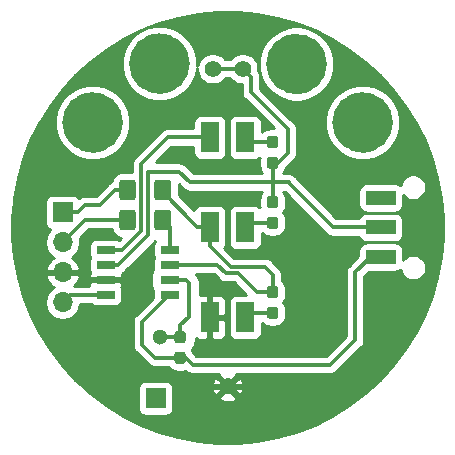
<source format=gbr>
G04 #@! TF.GenerationSoftware,KiCad,Pcbnew,(5.1.6)-1*
G04 #@! TF.CreationDate,2020-10-21T14:23:11+02:00*
G04 #@! TF.ProjectId,Stimmungslicht,5374696d-6d75-46e6-9773-6c696368742e,rev?*
G04 #@! TF.SameCoordinates,Original*
G04 #@! TF.FileFunction,Copper,L1,Top*
G04 #@! TF.FilePolarity,Positive*
%FSLAX46Y46*%
G04 Gerber Fmt 4.6, Leading zero omitted, Abs format (unit mm)*
G04 Created by KiCad (PCBNEW (5.1.6)-1) date 2020-10-21 14:23:11*
%MOMM*%
%LPD*%
G01*
G04 APERTURE LIST*
G04 #@! TA.AperFunction,EtchedComponent*
%ADD10C,2.500000*%
G04 #@! TD*
G04 #@! TA.AperFunction,SMDPad,CuDef*
%ADD11R,2.500000X1.200000*%
G04 #@! TD*
G04 #@! TA.AperFunction,ComponentPad*
%ADD12C,1.300000*%
G04 #@! TD*
G04 #@! TA.AperFunction,ComponentPad*
%ADD13C,1.400000*%
G04 #@! TD*
G04 #@! TA.AperFunction,SMDPad,CuDef*
%ADD14R,1.525000X0.650000*%
G04 #@! TD*
G04 #@! TA.AperFunction,ComponentPad*
%ADD15R,1.700000X1.700000*%
G04 #@! TD*
G04 #@! TA.AperFunction,SMDPad,CuDef*
%ADD16R,1.500000X2.600000*%
G04 #@! TD*
G04 #@! TA.AperFunction,ComponentPad*
%ADD17O,1.700000X1.700000*%
G04 #@! TD*
G04 #@! TA.AperFunction,ViaPad*
%ADD18C,1.300000*%
G04 #@! TD*
G04 #@! TA.AperFunction,Conductor*
%ADD19C,0.300000*%
G04 #@! TD*
G04 #@! TA.AperFunction,Conductor*
%ADD20C,0.500000*%
G04 #@! TD*
G04 #@! TA.AperFunction,Conductor*
%ADD21C,0.254000*%
G04 #@! TD*
G04 APERTURE END LIST*
D10*
X151363200Y-102463600D02*
G75*
G03*
X151363200Y-102463600I-1300000J0D01*
G01*
X134091200Y-107416600D02*
G75*
G03*
X134091200Y-107416600I-1300000J0D01*
G01*
X156951200Y-107416600D02*
G75*
G03*
X156951200Y-107416600I-1300000J0D01*
G01*
X139752860Y-102433120D02*
G75*
G03*
X139752860Y-102433120I-1300000J0D01*
G01*
D11*
X157191200Y-113806600D03*
X157191200Y-116306600D03*
X157191200Y-118806600D03*
D12*
X150063200Y-102463600D03*
X132791200Y-107416600D03*
X155651200Y-107416600D03*
X138452860Y-102433120D03*
D13*
X144231360Y-129764920D03*
X145501360Y-102864920D03*
X142961360Y-102864920D03*
G04 #@! TA.AperFunction,SMDPad,CuDef*
G36*
G01*
X136461200Y-115046600D02*
X136461200Y-116296600D01*
G75*
G02*
X136211200Y-116546600I-250000J0D01*
G01*
X135286200Y-116546600D01*
G75*
G02*
X135036200Y-116296600I0J250000D01*
G01*
X135036200Y-115046600D01*
G75*
G02*
X135286200Y-114796600I250000J0D01*
G01*
X136211200Y-114796600D01*
G75*
G02*
X136461200Y-115046600I0J-250000D01*
G01*
G37*
G04 #@! TD.AperFunction*
G04 #@! TA.AperFunction,SMDPad,CuDef*
G36*
G01*
X139436200Y-115046600D02*
X139436200Y-116296600D01*
G75*
G02*
X139186200Y-116546600I-250000J0D01*
G01*
X138261200Y-116546600D01*
G75*
G02*
X138011200Y-116296600I0J250000D01*
G01*
X138011200Y-115046600D01*
G75*
G02*
X138261200Y-114796600I250000J0D01*
G01*
X139186200Y-114796600D01*
G75*
G02*
X139436200Y-115046600I0J-250000D01*
G01*
G37*
G04 #@! TD.AperFunction*
G04 #@! TA.AperFunction,SMDPad,CuDef*
G36*
G01*
X136461200Y-112506600D02*
X136461200Y-113756600D01*
G75*
G02*
X136211200Y-114006600I-250000J0D01*
G01*
X135286200Y-114006600D01*
G75*
G02*
X135036200Y-113756600I0J250000D01*
G01*
X135036200Y-112506600D01*
G75*
G02*
X135286200Y-112256600I250000J0D01*
G01*
X136211200Y-112256600D01*
G75*
G02*
X136461200Y-112506600I0J-250000D01*
G01*
G37*
G04 #@! TD.AperFunction*
G04 #@! TA.AperFunction,SMDPad,CuDef*
G36*
G01*
X139436200Y-112506600D02*
X139436200Y-113756600D01*
G75*
G02*
X139186200Y-114006600I-250000J0D01*
G01*
X138261200Y-114006600D01*
G75*
G02*
X138011200Y-113756600I0J250000D01*
G01*
X138011200Y-112506600D01*
G75*
G02*
X138261200Y-112256600I250000J0D01*
G01*
X139186200Y-112256600D01*
G75*
G02*
X139436200Y-112506600I0J-250000D01*
G01*
G37*
G04 #@! TD.AperFunction*
D14*
X139313200Y-118211600D03*
X139313200Y-119481600D03*
X139313200Y-120751600D03*
X139313200Y-122021600D03*
X133889200Y-122021600D03*
X133889200Y-120751600D03*
X133889200Y-119481600D03*
X133889200Y-118211600D03*
D15*
X138125200Y-130784600D03*
D16*
X142721200Y-108686600D03*
X145721200Y-108686600D03*
X142719800Y-116306600D03*
X145719800Y-116306600D03*
X145721200Y-123926600D03*
X142721200Y-123926600D03*
G04 #@! TA.AperFunction,SMDPad,CuDef*
G36*
G01*
X148268700Y-111356600D02*
X147793700Y-111356600D01*
G75*
G02*
X147556200Y-111119100I0J237500D01*
G01*
X147556200Y-110544100D01*
G75*
G02*
X147793700Y-110306600I237500J0D01*
G01*
X148268700Y-110306600D01*
G75*
G02*
X148506200Y-110544100I0J-237500D01*
G01*
X148506200Y-111119100D01*
G75*
G02*
X148268700Y-111356600I-237500J0D01*
G01*
G37*
G04 #@! TD.AperFunction*
G04 #@! TA.AperFunction,SMDPad,CuDef*
G36*
G01*
X148268700Y-109606600D02*
X147793700Y-109606600D01*
G75*
G02*
X147556200Y-109369100I0J237500D01*
G01*
X147556200Y-108794100D01*
G75*
G02*
X147793700Y-108556600I237500J0D01*
G01*
X148268700Y-108556600D01*
G75*
G02*
X148506200Y-108794100I0J-237500D01*
G01*
X148506200Y-109369100D01*
G75*
G02*
X148268700Y-109606600I-237500J0D01*
G01*
G37*
G04 #@! TD.AperFunction*
G04 #@! TA.AperFunction,SMDPad,CuDef*
G36*
G01*
X147793700Y-115386600D02*
X148268700Y-115386600D01*
G75*
G02*
X148506200Y-115624100I0J-237500D01*
G01*
X148506200Y-116199100D01*
G75*
G02*
X148268700Y-116436600I-237500J0D01*
G01*
X147793700Y-116436600D01*
G75*
G02*
X147556200Y-116199100I0J237500D01*
G01*
X147556200Y-115624100D01*
G75*
G02*
X147793700Y-115386600I237500J0D01*
G01*
G37*
G04 #@! TD.AperFunction*
G04 #@! TA.AperFunction,SMDPad,CuDef*
G36*
G01*
X147793700Y-113636600D02*
X148268700Y-113636600D01*
G75*
G02*
X148506200Y-113874100I0J-237500D01*
G01*
X148506200Y-114449100D01*
G75*
G02*
X148268700Y-114686600I-237500J0D01*
G01*
X147793700Y-114686600D01*
G75*
G02*
X147556200Y-114449100I0J237500D01*
G01*
X147556200Y-113874100D01*
G75*
G02*
X147793700Y-113636600I237500J0D01*
G01*
G37*
G04 #@! TD.AperFunction*
G04 #@! TA.AperFunction,SMDPad,CuDef*
G36*
G01*
X147793700Y-121256600D02*
X148268700Y-121256600D01*
G75*
G02*
X148506200Y-121494100I0J-237500D01*
G01*
X148506200Y-122069100D01*
G75*
G02*
X148268700Y-122306600I-237500J0D01*
G01*
X147793700Y-122306600D01*
G75*
G02*
X147556200Y-122069100I0J237500D01*
G01*
X147556200Y-121494100D01*
G75*
G02*
X147793700Y-121256600I237500J0D01*
G01*
G37*
G04 #@! TD.AperFunction*
G04 #@! TA.AperFunction,SMDPad,CuDef*
G36*
G01*
X147793700Y-123006600D02*
X148268700Y-123006600D01*
G75*
G02*
X148506200Y-123244100I0J-237500D01*
G01*
X148506200Y-123819100D01*
G75*
G02*
X148268700Y-124056600I-237500J0D01*
G01*
X147793700Y-124056600D01*
G75*
G02*
X147556200Y-123819100I0J237500D01*
G01*
X147556200Y-123244100D01*
G75*
G02*
X147793700Y-123006600I237500J0D01*
G01*
G37*
G04 #@! TD.AperFunction*
G04 #@! TA.AperFunction,SMDPad,CuDef*
G36*
G01*
X140440420Y-126122920D02*
X139965420Y-126122920D01*
G75*
G02*
X139727920Y-125885420I0J237500D01*
G01*
X139727920Y-125310420D01*
G75*
G02*
X139965420Y-125072920I237500J0D01*
G01*
X140440420Y-125072920D01*
G75*
G02*
X140677920Y-125310420I0J-237500D01*
G01*
X140677920Y-125885420D01*
G75*
G02*
X140440420Y-126122920I-237500J0D01*
G01*
G37*
G04 #@! TD.AperFunction*
G04 #@! TA.AperFunction,SMDPad,CuDef*
G36*
G01*
X140440420Y-127872920D02*
X139965420Y-127872920D01*
G75*
G02*
X139727920Y-127635420I0J237500D01*
G01*
X139727920Y-127060420D01*
G75*
G02*
X139965420Y-126822920I237500J0D01*
G01*
X140440420Y-126822920D01*
G75*
G02*
X140677920Y-127060420I0J-237500D01*
G01*
X140677920Y-127635420D01*
G75*
G02*
X140440420Y-127872920I-237500J0D01*
G01*
G37*
G04 #@! TD.AperFunction*
D15*
X130251200Y-115036600D03*
D17*
X130251200Y-117576600D03*
X130251200Y-120116600D03*
X130251200Y-122656600D03*
D18*
X138506200Y-125577600D03*
D19*
X140411200Y-108686600D02*
X142721200Y-108686600D01*
X139141200Y-108686600D02*
X140411200Y-108686600D01*
X136911210Y-110916590D02*
X139141200Y-108686600D01*
X136911210Y-116586556D02*
X136911210Y-110916590D01*
X135286166Y-118211600D02*
X136911210Y-116586556D01*
X133889200Y-118211600D02*
X135286166Y-118211600D01*
X137511221Y-116922079D02*
X137511221Y-111586579D01*
X134951700Y-119481600D02*
X137511221Y-116922079D01*
X133889200Y-119481600D02*
X134951700Y-119481600D01*
X137511221Y-111586579D02*
X140136179Y-111586579D01*
X140136179Y-111586579D02*
X141046200Y-112496600D01*
X157191200Y-116306600D02*
X153111200Y-116306600D01*
X142961360Y-102864920D02*
X145501360Y-102864920D01*
X146201359Y-104874159D02*
X149301200Y-107974000D01*
X146201359Y-103564919D02*
X146201359Y-104874159D01*
X145501360Y-102864920D02*
X146201359Y-103564919D01*
X148031200Y-114161600D02*
X148031200Y-110831600D01*
X149392640Y-112496600D02*
X149494240Y-112598200D01*
X147640040Y-112496600D02*
X149392640Y-112496600D01*
X141046200Y-112496600D02*
X147640040Y-112496600D01*
X147640040Y-112496600D02*
X148031200Y-112496600D01*
X153111200Y-116306600D02*
X149494240Y-112598200D01*
X149494240Y-112598200D02*
X149301200Y-112496600D01*
X149301200Y-110036600D02*
X148506200Y-110831600D01*
X148506200Y-110831600D02*
X148031200Y-110831600D01*
X149301200Y-107974000D02*
X149301200Y-110036600D01*
D20*
X145389600Y-129844800D02*
X142849600Y-129844800D01*
D19*
X130886200Y-122021600D02*
X130251200Y-122656600D01*
X133889200Y-122021600D02*
X130886200Y-122021600D01*
X142316200Y-116710200D02*
X142719800Y-116306600D01*
X141046200Y-115671606D02*
X139141194Y-113766600D01*
X141046200Y-115683000D02*
X141669800Y-116306600D01*
X141669800Y-116306600D02*
X142719800Y-116306600D01*
X141046200Y-115671606D02*
X141046200Y-115683000D01*
X142719800Y-117906600D02*
X144472600Y-119659400D01*
X142719800Y-116306600D02*
X142719800Y-117906600D01*
X144472600Y-119659400D02*
X147391120Y-119659400D01*
X148031200Y-120299480D02*
X148031200Y-121781600D01*
X147391120Y-119659400D02*
X148031200Y-120299480D01*
X139313200Y-119481600D02*
X143357600Y-119481600D01*
X143357600Y-119481600D02*
X144053560Y-120177560D01*
X144053560Y-120177560D02*
X145069560Y-120177560D01*
X146673600Y-121781600D02*
X148031200Y-121781600D01*
X145069560Y-120177560D02*
X146673600Y-121781600D01*
X139313200Y-116261100D02*
X138723700Y-115671600D01*
X139313200Y-118211600D02*
X139313200Y-116261100D01*
X140925701Y-121016599D02*
X140925701Y-123865539D01*
X140660702Y-120751600D02*
X140925701Y-121016599D01*
X139313200Y-120751600D02*
X140660702Y-120751600D01*
X140202920Y-124588320D02*
X140202920Y-125597920D01*
X140925701Y-123865539D02*
X140202920Y-124588320D01*
X140202920Y-125597920D02*
X138526520Y-125597920D01*
X138526520Y-125597920D02*
X138506200Y-125577600D01*
X146116200Y-109081600D02*
X145721200Y-108686600D01*
X148031200Y-109081600D02*
X146116200Y-109081600D01*
X146114800Y-115911600D02*
X145719800Y-116306600D01*
X148031200Y-115911600D02*
X146114800Y-115911600D01*
X146116200Y-123531600D02*
X145721200Y-123926600D01*
X148031200Y-123531600D02*
X146116200Y-123531600D01*
X130251200Y-115036600D02*
X131521200Y-115036600D01*
X131521200Y-115036600D02*
X132156200Y-114401600D01*
X132156200Y-114401600D02*
X133426200Y-114401600D01*
X134696200Y-113131600D02*
X135606178Y-113131600D01*
X133426200Y-114401600D02*
X134696200Y-113131600D01*
X132156200Y-115671600D02*
X135606178Y-115671600D01*
X130251200Y-117576600D02*
X132156200Y-115671600D01*
X156326200Y-118806600D02*
X157191200Y-118806600D01*
X155016200Y-120116600D02*
X156326200Y-118806600D01*
X152913080Y-127934720D02*
X155016200Y-125831600D01*
X155016200Y-125831600D02*
X155016200Y-120116600D01*
X141264720Y-127934720D02*
X152913080Y-127934720D01*
X140677920Y-127347920D02*
X141264720Y-127934720D01*
X140202920Y-127347920D02*
X140677920Y-127347920D01*
X136982200Y-126273602D02*
X138056518Y-127347920D01*
X138056518Y-127347920D02*
X140202920Y-127347920D01*
X136982200Y-124307600D02*
X136982200Y-126273602D01*
X139268200Y-122021600D02*
X136982200Y-124307600D01*
X139313200Y-122021600D02*
X139268200Y-122021600D01*
D21*
G36*
X146741390Y-98238269D02*
G01*
X148397619Y-98547872D01*
X150018217Y-99008972D01*
X151589357Y-99617634D01*
X153097634Y-100368667D01*
X154530180Y-101255662D01*
X155874774Y-102271052D01*
X157119944Y-103406174D01*
X158255066Y-104651344D01*
X159270456Y-105995938D01*
X160157451Y-107428484D01*
X160908484Y-108936761D01*
X161517146Y-110507901D01*
X161978246Y-112128499D01*
X162287849Y-113784728D01*
X162443314Y-115462459D01*
X162443314Y-117147377D01*
X162287849Y-118825108D01*
X161978246Y-120481337D01*
X161517146Y-122101935D01*
X160908484Y-123673075D01*
X160157451Y-125181352D01*
X159270456Y-126613898D01*
X158255066Y-127958492D01*
X157119944Y-129203662D01*
X155874774Y-130338784D01*
X154530180Y-131354174D01*
X153097634Y-132241169D01*
X151589357Y-132992202D01*
X150018217Y-133600864D01*
X148397619Y-134061964D01*
X146741390Y-134371567D01*
X145063659Y-134527032D01*
X143378741Y-134527032D01*
X141701010Y-134371567D01*
X140044781Y-134061964D01*
X138424183Y-133600864D01*
X136853043Y-132992202D01*
X135344766Y-132241169D01*
X133912220Y-131354174D01*
X132567626Y-130338784D01*
X132124258Y-129934600D01*
X136637128Y-129934600D01*
X136637128Y-131634600D01*
X136649388Y-131759082D01*
X136685698Y-131878780D01*
X136744663Y-131989094D01*
X136824015Y-132085785D01*
X136920706Y-132165137D01*
X137031020Y-132224102D01*
X137150718Y-132260412D01*
X137275200Y-132272672D01*
X138975200Y-132272672D01*
X139099682Y-132260412D01*
X139219380Y-132224102D01*
X139329694Y-132165137D01*
X139426385Y-132085785D01*
X139505737Y-131989094D01*
X139564702Y-131878780D01*
X139601012Y-131759082D01*
X139613272Y-131634600D01*
X139613272Y-130686189D01*
X143489696Y-130686189D01*
X143549157Y-130919957D01*
X143787602Y-131030854D01*
X144043100Y-131093103D01*
X144305833Y-131104310D01*
X144565704Y-131064045D01*
X144812726Y-130973855D01*
X144913563Y-130919957D01*
X144973024Y-130686189D01*
X144231360Y-129944525D01*
X143489696Y-130686189D01*
X139613272Y-130686189D01*
X139613272Y-129934600D01*
X139603896Y-129839393D01*
X142891970Y-129839393D01*
X142932235Y-130099264D01*
X143022425Y-130346286D01*
X143076323Y-130447123D01*
X143310091Y-130506584D01*
X144051755Y-129764920D01*
X144410965Y-129764920D01*
X145152629Y-130506584D01*
X145386397Y-130447123D01*
X145497294Y-130208678D01*
X145559543Y-129953180D01*
X145570750Y-129690447D01*
X145530485Y-129430576D01*
X145440295Y-129183554D01*
X145386397Y-129082717D01*
X145152629Y-129023256D01*
X144410965Y-129764920D01*
X144051755Y-129764920D01*
X143310091Y-129023256D01*
X143076323Y-129082717D01*
X142965426Y-129321162D01*
X142903177Y-129576660D01*
X142891970Y-129839393D01*
X139603896Y-129839393D01*
X139601012Y-129810118D01*
X139564702Y-129690420D01*
X139505737Y-129580106D01*
X139426385Y-129483415D01*
X139329694Y-129404063D01*
X139219380Y-129345098D01*
X139099682Y-129308788D01*
X138975200Y-129296528D01*
X137275200Y-129296528D01*
X137150718Y-129308788D01*
X137031020Y-129345098D01*
X136920706Y-129404063D01*
X136824015Y-129483415D01*
X136744663Y-129580106D01*
X136685698Y-129690420D01*
X136649388Y-129810118D01*
X136637128Y-129934600D01*
X132124258Y-129934600D01*
X131322456Y-129203662D01*
X130187334Y-127958492D01*
X129171944Y-126613898D01*
X128284949Y-125181352D01*
X127533916Y-123673075D01*
X127083471Y-122510340D01*
X128766200Y-122510340D01*
X128766200Y-122802860D01*
X128823268Y-123089758D01*
X128935210Y-123360011D01*
X129097725Y-123603232D01*
X129304568Y-123810075D01*
X129547789Y-123972590D01*
X129818042Y-124084532D01*
X130104940Y-124141600D01*
X130397460Y-124141600D01*
X130684358Y-124084532D01*
X130954611Y-123972590D01*
X131197832Y-123810075D01*
X131404675Y-123603232D01*
X131567190Y-123360011D01*
X131679132Y-123089758D01*
X131735456Y-122806600D01*
X132686256Y-122806600D01*
X132772206Y-122877137D01*
X132882520Y-122936102D01*
X133002218Y-122972412D01*
X133126700Y-122984672D01*
X134651700Y-122984672D01*
X134776182Y-122972412D01*
X134895880Y-122936102D01*
X135006194Y-122877137D01*
X135102885Y-122797785D01*
X135182237Y-122701094D01*
X135241202Y-122590780D01*
X135277512Y-122471082D01*
X135289772Y-122346600D01*
X135289772Y-121696600D01*
X135277512Y-121572118D01*
X135241202Y-121452420D01*
X135206020Y-121386600D01*
X135241202Y-121320780D01*
X135277512Y-121201082D01*
X135289772Y-121076600D01*
X135286700Y-121037350D01*
X135127950Y-120878600D01*
X134016200Y-120878600D01*
X134016200Y-120898600D01*
X133762200Y-120898600D01*
X133762200Y-120878600D01*
X132650450Y-120878600D01*
X132491700Y-121037350D01*
X132488628Y-121076600D01*
X132500888Y-121201082D01*
X132511662Y-121236600D01*
X131215958Y-121236600D01*
X131348788Y-121116869D01*
X131522841Y-120883520D01*
X131648025Y-120620699D01*
X131692676Y-120473490D01*
X131571355Y-120243600D01*
X130378200Y-120243600D01*
X130378200Y-120263600D01*
X130124200Y-120263600D01*
X130124200Y-120243600D01*
X128931045Y-120243600D01*
X128809724Y-120473490D01*
X128854375Y-120620699D01*
X128979559Y-120883520D01*
X129153612Y-121116869D01*
X129369845Y-121311778D01*
X129486734Y-121381405D01*
X129304568Y-121503125D01*
X129097725Y-121709968D01*
X128935210Y-121953189D01*
X128823268Y-122223442D01*
X128766200Y-122510340D01*
X127083471Y-122510340D01*
X126925254Y-122101935D01*
X126464154Y-120481337D01*
X126154551Y-118825108D01*
X125999086Y-117147377D01*
X125999086Y-115462459D01*
X126117311Y-114186600D01*
X128763128Y-114186600D01*
X128763128Y-115886600D01*
X128775388Y-116011082D01*
X128811698Y-116130780D01*
X128870663Y-116241094D01*
X128950015Y-116337785D01*
X129046706Y-116417137D01*
X129157020Y-116476102D01*
X129229580Y-116498113D01*
X129097725Y-116629968D01*
X128935210Y-116873189D01*
X128823268Y-117143442D01*
X128766200Y-117430340D01*
X128766200Y-117722860D01*
X128823268Y-118009758D01*
X128935210Y-118280011D01*
X129097725Y-118523232D01*
X129304568Y-118730075D01*
X129486734Y-118851795D01*
X129369845Y-118921422D01*
X129153612Y-119116331D01*
X128979559Y-119349680D01*
X128854375Y-119612501D01*
X128809724Y-119759710D01*
X128931045Y-119989600D01*
X130124200Y-119989600D01*
X130124200Y-119969600D01*
X130378200Y-119969600D01*
X130378200Y-119989600D01*
X131571355Y-119989600D01*
X131692676Y-119759710D01*
X131648025Y-119612501D01*
X131522841Y-119349680D01*
X131348788Y-119116331D01*
X131132555Y-118921422D01*
X131015666Y-118851795D01*
X131197832Y-118730075D01*
X131404675Y-118523232D01*
X131567190Y-118280011D01*
X131679132Y-118009758D01*
X131736200Y-117722860D01*
X131736200Y-117430340D01*
X131698275Y-117239682D01*
X132481357Y-116456600D01*
X134413887Y-116456600D01*
X134415192Y-116469854D01*
X134465728Y-116636450D01*
X134547795Y-116789986D01*
X134658238Y-116924562D01*
X134792814Y-117035005D01*
X134946350Y-117117072D01*
X135112946Y-117167608D01*
X135210402Y-117177207D01*
X135020118Y-117367490D01*
X135006194Y-117356063D01*
X134895880Y-117297098D01*
X134776182Y-117260788D01*
X134651700Y-117248528D01*
X133126700Y-117248528D01*
X133002218Y-117260788D01*
X132882520Y-117297098D01*
X132772206Y-117356063D01*
X132675515Y-117435415D01*
X132596163Y-117532106D01*
X132537198Y-117642420D01*
X132500888Y-117762118D01*
X132488628Y-117886600D01*
X132488628Y-118536600D01*
X132500888Y-118661082D01*
X132537198Y-118780780D01*
X132572380Y-118846600D01*
X132537198Y-118912420D01*
X132500888Y-119032118D01*
X132488628Y-119156600D01*
X132488628Y-119806600D01*
X132500888Y-119931082D01*
X132537198Y-120050780D01*
X132572380Y-120116600D01*
X132537198Y-120182420D01*
X132500888Y-120302118D01*
X132488628Y-120426600D01*
X132491700Y-120465850D01*
X132650450Y-120624600D01*
X133762200Y-120624600D01*
X133762200Y-120604600D01*
X134016200Y-120604600D01*
X134016200Y-120624600D01*
X135127950Y-120624600D01*
X135286700Y-120465850D01*
X135289772Y-120426600D01*
X135277512Y-120302118D01*
X135250003Y-120211433D01*
X135253560Y-120210354D01*
X135389933Y-120137462D01*
X135509464Y-120039364D01*
X135534047Y-120009410D01*
X138039038Y-117504420D01*
X138050819Y-117494752D01*
X138020163Y-117532106D01*
X137961198Y-117642420D01*
X137924888Y-117762118D01*
X137912628Y-117886600D01*
X137912628Y-118536600D01*
X137924888Y-118661082D01*
X137961198Y-118780780D01*
X137996380Y-118846600D01*
X137961198Y-118912420D01*
X137924888Y-119032118D01*
X137912628Y-119156600D01*
X137912628Y-119806600D01*
X137920884Y-119890427D01*
X137859748Y-119964921D01*
X137782955Y-120108590D01*
X137735666Y-120264480D01*
X137719699Y-120426600D01*
X137719699Y-121076600D01*
X137735666Y-121238720D01*
X137782955Y-121394610D01*
X137859748Y-121538279D01*
X137920884Y-121612773D01*
X137912628Y-121696600D01*
X137912628Y-122267014D01*
X136454390Y-123725253D01*
X136424436Y-123749836D01*
X136326338Y-123869368D01*
X136253446Y-124005741D01*
X136208559Y-124153714D01*
X136197200Y-124269040D01*
X136197200Y-124269047D01*
X136193403Y-124307600D01*
X136197200Y-124346153D01*
X136197201Y-126235040D01*
X136193403Y-126273602D01*
X136208559Y-126427488D01*
X136253446Y-126575461D01*
X136287377Y-126638942D01*
X136326339Y-126711835D01*
X136366890Y-126761246D01*
X136399855Y-126801414D01*
X136399859Y-126801418D01*
X136424437Y-126831366D01*
X136454385Y-126855944D01*
X137474175Y-127875735D01*
X137498754Y-127905684D01*
X137528702Y-127930262D01*
X137528705Y-127930265D01*
X137558077Y-127954370D01*
X137618285Y-128003782D01*
X137754658Y-128076674D01*
X137902630Y-128121561D01*
X137917008Y-128122977D01*
X138017957Y-128132920D01*
X138017964Y-128132920D01*
X138056517Y-128136717D01*
X138095070Y-128132920D01*
X139246483Y-128132920D01*
X139346297Y-128254543D01*
X139478978Y-128363432D01*
X139630353Y-128444343D01*
X139794604Y-128494168D01*
X139965420Y-128510992D01*
X140440420Y-128510992D01*
X140611236Y-128494168D01*
X140688983Y-128470584D01*
X140706956Y-128492484D01*
X140826487Y-128590582D01*
X140962860Y-128663474D01*
X141110833Y-128708362D01*
X141185746Y-128715740D01*
X141226159Y-128719720D01*
X141226164Y-128719720D01*
X141264720Y-128723517D01*
X141303276Y-128719720D01*
X143521219Y-128719720D01*
X143489696Y-128843651D01*
X144231360Y-129585315D01*
X144973024Y-128843651D01*
X144941501Y-128719720D01*
X152874527Y-128719720D01*
X152913080Y-128723517D01*
X152951633Y-128719720D01*
X152951641Y-128719720D01*
X153066967Y-128708361D01*
X153214940Y-128663474D01*
X153351313Y-128590582D01*
X153470844Y-128492484D01*
X153495427Y-128462530D01*
X155544011Y-126413946D01*
X155573964Y-126389364D01*
X155672062Y-126269833D01*
X155744954Y-126133460D01*
X155749123Y-126119716D01*
X155789842Y-125985487D01*
X155799697Y-125885420D01*
X155801200Y-125870161D01*
X155801200Y-125870156D01*
X155804997Y-125831600D01*
X155801200Y-125793044D01*
X155801200Y-120441757D01*
X156198285Y-120044672D01*
X158441200Y-120044672D01*
X158565682Y-120032412D01*
X158685380Y-119996102D01*
X158795694Y-119937137D01*
X158868857Y-119877094D01*
X158897896Y-120023083D01*
X158979685Y-120220540D01*
X159098425Y-120398247D01*
X159249553Y-120549375D01*
X159427260Y-120668115D01*
X159624717Y-120749904D01*
X159834337Y-120791600D01*
X160048063Y-120791600D01*
X160257683Y-120749904D01*
X160455140Y-120668115D01*
X160632847Y-120549375D01*
X160783975Y-120398247D01*
X160902715Y-120220540D01*
X160984504Y-120023083D01*
X161026200Y-119813463D01*
X161026200Y-119599737D01*
X160984504Y-119390117D01*
X160902715Y-119192660D01*
X160783975Y-119014953D01*
X160632847Y-118863825D01*
X160455140Y-118745085D01*
X160257683Y-118663296D01*
X160048063Y-118621600D01*
X159834337Y-118621600D01*
X159624717Y-118663296D01*
X159427260Y-118745085D01*
X159249553Y-118863825D01*
X159098425Y-119014953D01*
X159079272Y-119043617D01*
X159079272Y-118206600D01*
X159067012Y-118082118D01*
X159030702Y-117962420D01*
X158971737Y-117852106D01*
X158892385Y-117755415D01*
X158795694Y-117676063D01*
X158685380Y-117617098D01*
X158565682Y-117580788D01*
X158441200Y-117568528D01*
X155941200Y-117568528D01*
X155816718Y-117580788D01*
X155697020Y-117617098D01*
X155586706Y-117676063D01*
X155490015Y-117755415D01*
X155410663Y-117852106D01*
X155351698Y-117962420D01*
X155315388Y-118082118D01*
X155303128Y-118206600D01*
X155303128Y-118719515D01*
X154488385Y-119534258D01*
X154458437Y-119558836D01*
X154433859Y-119588784D01*
X154433855Y-119588788D01*
X154408408Y-119619796D01*
X154360339Y-119678367D01*
X154329722Y-119735648D01*
X154287446Y-119814741D01*
X154242559Y-119962714D01*
X154227403Y-120116600D01*
X154231201Y-120155163D01*
X154231200Y-125506443D01*
X152587923Y-127149720D01*
X141589877Y-127149720D01*
X141285847Y-126845690D01*
X141249343Y-126725353D01*
X141200974Y-126634860D01*
X141328846Y-126479047D01*
X141427586Y-126294318D01*
X141488390Y-126093874D01*
X141508921Y-125885420D01*
X141508921Y-125664267D01*
X141520015Y-125677785D01*
X141616706Y-125757137D01*
X141727020Y-125816102D01*
X141846718Y-125852412D01*
X141971200Y-125864672D01*
X142435450Y-125861600D01*
X142594200Y-125702850D01*
X142594200Y-124053600D01*
X142848200Y-124053600D01*
X142848200Y-125702850D01*
X143006950Y-125861600D01*
X143471200Y-125864672D01*
X143595682Y-125852412D01*
X143715380Y-125816102D01*
X143825694Y-125757137D01*
X143922385Y-125677785D01*
X144001737Y-125581094D01*
X144060702Y-125470780D01*
X144097012Y-125351082D01*
X144109272Y-125226600D01*
X144106200Y-124212350D01*
X143947450Y-124053600D01*
X142848200Y-124053600D01*
X142594200Y-124053600D01*
X142574200Y-124053600D01*
X142574200Y-123799600D01*
X142594200Y-123799600D01*
X142594200Y-122150350D01*
X142848200Y-122150350D01*
X142848200Y-123799600D01*
X143947450Y-123799600D01*
X144106200Y-123640850D01*
X144109272Y-122626600D01*
X144097012Y-122502118D01*
X144060702Y-122382420D01*
X144001737Y-122272106D01*
X143922385Y-122175415D01*
X143825694Y-122096063D01*
X143715380Y-122037098D01*
X143595682Y-122000788D01*
X143471200Y-121988528D01*
X143006950Y-121991600D01*
X142848200Y-122150350D01*
X142594200Y-122150350D01*
X142435450Y-121991600D01*
X141971200Y-121988528D01*
X141902701Y-121995274D01*
X141902701Y-121064589D01*
X141907428Y-121016598D01*
X141902479Y-120966357D01*
X141888564Y-120825074D01*
X141832698Y-120640908D01*
X141741977Y-120471181D01*
X141619887Y-120322413D01*
X141582603Y-120291815D01*
X141557388Y-120266600D01*
X143032443Y-120266600D01*
X143471217Y-120705375D01*
X143495796Y-120735324D01*
X143525744Y-120759902D01*
X143525747Y-120759905D01*
X143533281Y-120766088D01*
X143615327Y-120833422D01*
X143751700Y-120906314D01*
X143899673Y-120951201D01*
X144014999Y-120962560D01*
X144015006Y-120962560D01*
X144053559Y-120966357D01*
X144092112Y-120962560D01*
X144744403Y-120962560D01*
X145770370Y-121988528D01*
X144971200Y-121988528D01*
X144846718Y-122000788D01*
X144727020Y-122037098D01*
X144616706Y-122096063D01*
X144520015Y-122175415D01*
X144440663Y-122272106D01*
X144381698Y-122382420D01*
X144345388Y-122502118D01*
X144333128Y-122626600D01*
X144333128Y-125226600D01*
X144345388Y-125351082D01*
X144381698Y-125470780D01*
X144440663Y-125581094D01*
X144520015Y-125677785D01*
X144616706Y-125757137D01*
X144727020Y-125816102D01*
X144846718Y-125852412D01*
X144971200Y-125864672D01*
X146471200Y-125864672D01*
X146595682Y-125852412D01*
X146715380Y-125816102D01*
X146825694Y-125757137D01*
X146922385Y-125677785D01*
X147001737Y-125581094D01*
X147060702Y-125470780D01*
X147097012Y-125351082D01*
X147109272Y-125226600D01*
X147109272Y-124358649D01*
X147174577Y-124438223D01*
X147307258Y-124547112D01*
X147458633Y-124628023D01*
X147622884Y-124677848D01*
X147793700Y-124694672D01*
X148268700Y-124694672D01*
X148439516Y-124677848D01*
X148603767Y-124628023D01*
X148755142Y-124547112D01*
X148887823Y-124438223D01*
X148996712Y-124305542D01*
X149077623Y-124154167D01*
X149127448Y-123989916D01*
X149144272Y-123819100D01*
X149144272Y-123244100D01*
X149127448Y-123073284D01*
X149077623Y-122909033D01*
X148996712Y-122757658D01*
X148913775Y-122656600D01*
X148996712Y-122555542D01*
X149077623Y-122404167D01*
X149127448Y-122239916D01*
X149144272Y-122069100D01*
X149144272Y-121494100D01*
X149127448Y-121323284D01*
X149077623Y-121159033D01*
X148996712Y-121007658D01*
X148887823Y-120874977D01*
X148816200Y-120816197D01*
X148816200Y-120338036D01*
X148819997Y-120299480D01*
X148816200Y-120260920D01*
X148816200Y-120260919D01*
X148810232Y-120200323D01*
X148804842Y-120145593D01*
X148759954Y-119997620D01*
X148742476Y-119964921D01*
X148687062Y-119861247D01*
X148588964Y-119741716D01*
X148559011Y-119717134D01*
X147973465Y-119131588D01*
X147948884Y-119101636D01*
X147829353Y-119003538D01*
X147692980Y-118930646D01*
X147545007Y-118885759D01*
X147429681Y-118874400D01*
X147429673Y-118874400D01*
X147391120Y-118870603D01*
X147352567Y-118874400D01*
X144797757Y-118874400D01*
X143948101Y-118024744D01*
X144000337Y-117961094D01*
X144059302Y-117850780D01*
X144095612Y-117731082D01*
X144107872Y-117606600D01*
X144107872Y-115006600D01*
X144095612Y-114882118D01*
X144059302Y-114762420D01*
X144000337Y-114652106D01*
X143920985Y-114555415D01*
X143824294Y-114476063D01*
X143713980Y-114417098D01*
X143594282Y-114380788D01*
X143469800Y-114368528D01*
X141969800Y-114368528D01*
X141845318Y-114380788D01*
X141725620Y-114417098D01*
X141615306Y-114476063D01*
X141518615Y-114555415D01*
X141439263Y-114652106D01*
X141380298Y-114762420D01*
X141349314Y-114864562D01*
X140074272Y-113589521D01*
X140074272Y-112634830D01*
X140463857Y-113024415D01*
X140488436Y-113054364D01*
X140518384Y-113078942D01*
X140518387Y-113078945D01*
X140537581Y-113094697D01*
X140607967Y-113152462D01*
X140744340Y-113225354D01*
X140892313Y-113270241D01*
X141007639Y-113281600D01*
X141007646Y-113281600D01*
X141046199Y-113285397D01*
X141084752Y-113281600D01*
X147152728Y-113281600D01*
X147065688Y-113387658D01*
X146984777Y-113539033D01*
X146934952Y-113703284D01*
X146918128Y-113874100D01*
X146918128Y-114449100D01*
X146929638Y-114565958D01*
X146920985Y-114555415D01*
X146824294Y-114476063D01*
X146713980Y-114417098D01*
X146594282Y-114380788D01*
X146469800Y-114368528D01*
X144969800Y-114368528D01*
X144845318Y-114380788D01*
X144725620Y-114417098D01*
X144615306Y-114476063D01*
X144518615Y-114555415D01*
X144439263Y-114652106D01*
X144380298Y-114762420D01*
X144343988Y-114882118D01*
X144331728Y-115006600D01*
X144331728Y-117606600D01*
X144343988Y-117731082D01*
X144380298Y-117850780D01*
X144439263Y-117961094D01*
X144518615Y-118057785D01*
X144615306Y-118137137D01*
X144725620Y-118196102D01*
X144845318Y-118232412D01*
X144969800Y-118244672D01*
X146469800Y-118244672D01*
X146594282Y-118232412D01*
X146713980Y-118196102D01*
X146824294Y-118137137D01*
X146920985Y-118057785D01*
X147000337Y-117961094D01*
X147059302Y-117850780D01*
X147095612Y-117731082D01*
X147107872Y-117606600D01*
X147107872Y-116736943D01*
X147174577Y-116818223D01*
X147307258Y-116927112D01*
X147458633Y-117008023D01*
X147622884Y-117057848D01*
X147793700Y-117074672D01*
X148268700Y-117074672D01*
X148439516Y-117057848D01*
X148603767Y-117008023D01*
X148755142Y-116927112D01*
X148887823Y-116818223D01*
X148996712Y-116685542D01*
X149077623Y-116534167D01*
X149127448Y-116369916D01*
X149144272Y-116199100D01*
X149144272Y-115624100D01*
X149127448Y-115453284D01*
X149077623Y-115289033D01*
X148996712Y-115137658D01*
X148913775Y-115036600D01*
X148996712Y-114935542D01*
X149077623Y-114784167D01*
X149127448Y-114619916D01*
X149144272Y-114449100D01*
X149144272Y-113874100D01*
X149127448Y-113703284D01*
X149077623Y-113539033D01*
X148996712Y-113387658D01*
X148909672Y-113281600D01*
X149064233Y-113281600D01*
X152525743Y-116830620D01*
X152553436Y-116864364D01*
X152609418Y-116910308D01*
X152664815Y-116956940D01*
X152669142Y-116959322D01*
X152672967Y-116962462D01*
X152736877Y-116996622D01*
X152800267Y-117031529D01*
X152804978Y-117033023D01*
X152809340Y-117035354D01*
X152878642Y-117056377D01*
X152947668Y-117078260D01*
X152952582Y-117078806D01*
X152957313Y-117080241D01*
X153029440Y-117087345D01*
X153101354Y-117095335D01*
X153144838Y-117091600D01*
X155333746Y-117091600D01*
X155351698Y-117150780D01*
X155410663Y-117261094D01*
X155490015Y-117357785D01*
X155586706Y-117437137D01*
X155697020Y-117496102D01*
X155816718Y-117532412D01*
X155941200Y-117544672D01*
X158441200Y-117544672D01*
X158565682Y-117532412D01*
X158685380Y-117496102D01*
X158795694Y-117437137D01*
X158892385Y-117357785D01*
X158971737Y-117261094D01*
X159030702Y-117150780D01*
X159067012Y-117031082D01*
X159079272Y-116906600D01*
X159079272Y-115706600D01*
X159067012Y-115582118D01*
X159030702Y-115462420D01*
X158971737Y-115352106D01*
X158892385Y-115255415D01*
X158795694Y-115176063D01*
X158685380Y-115117098D01*
X158565682Y-115080788D01*
X158441200Y-115068528D01*
X155941200Y-115068528D01*
X155816718Y-115080788D01*
X155697020Y-115117098D01*
X155586706Y-115176063D01*
X155490015Y-115255415D01*
X155410663Y-115352106D01*
X155351698Y-115462420D01*
X155333746Y-115521600D01*
X153442113Y-115521600D01*
X151184194Y-113206600D01*
X155303128Y-113206600D01*
X155303128Y-114406600D01*
X155315388Y-114531082D01*
X155351698Y-114650780D01*
X155410663Y-114761094D01*
X155490015Y-114857785D01*
X155586706Y-114937137D01*
X155697020Y-114996102D01*
X155816718Y-115032412D01*
X155941200Y-115044672D01*
X158441200Y-115044672D01*
X158565682Y-115032412D01*
X158685380Y-114996102D01*
X158795694Y-114937137D01*
X158892385Y-114857785D01*
X158971737Y-114761094D01*
X159030702Y-114650780D01*
X159067012Y-114531082D01*
X159079272Y-114406600D01*
X159079272Y-113569583D01*
X159098425Y-113598247D01*
X159249553Y-113749375D01*
X159427260Y-113868115D01*
X159624717Y-113949904D01*
X159834337Y-113991600D01*
X160048063Y-113991600D01*
X160257683Y-113949904D01*
X160455140Y-113868115D01*
X160632847Y-113749375D01*
X160783975Y-113598247D01*
X160902715Y-113420540D01*
X160984504Y-113223083D01*
X161026200Y-113013463D01*
X161026200Y-112799737D01*
X160984504Y-112590117D01*
X160902715Y-112392660D01*
X160783975Y-112214953D01*
X160632847Y-112063825D01*
X160455140Y-111945085D01*
X160257683Y-111863296D01*
X160048063Y-111821600D01*
X159834337Y-111821600D01*
X159624717Y-111863296D01*
X159427260Y-111945085D01*
X159249553Y-112063825D01*
X159098425Y-112214953D01*
X158979685Y-112392660D01*
X158897896Y-112590117D01*
X158868857Y-112736106D01*
X158795694Y-112676063D01*
X158685380Y-112617098D01*
X158565682Y-112580788D01*
X158441200Y-112568528D01*
X155941200Y-112568528D01*
X155816718Y-112580788D01*
X155697020Y-112617098D01*
X155586706Y-112676063D01*
X155490015Y-112755415D01*
X155410663Y-112852106D01*
X155351698Y-112962420D01*
X155315388Y-113082118D01*
X155303128Y-113206600D01*
X151184194Y-113206600D01*
X150104964Y-112100087D01*
X150100775Y-112093903D01*
X150051071Y-112044831D01*
X150029279Y-112022488D01*
X150025525Y-112019328D01*
X149974987Y-111968790D01*
X149950404Y-111938836D01*
X149830873Y-111840738D01*
X149694500Y-111767846D01*
X149546527Y-111722959D01*
X149431201Y-111711600D01*
X149431193Y-111711600D01*
X149392640Y-111707803D01*
X149357920Y-111711223D01*
X149298840Y-111711600D01*
X148909672Y-111711600D01*
X148996712Y-111605542D01*
X149077623Y-111454167D01*
X149114127Y-111333830D01*
X149829010Y-110618947D01*
X149858964Y-110594364D01*
X149957062Y-110474833D01*
X150029954Y-110338460D01*
X150040472Y-110303788D01*
X150074842Y-110190487D01*
X150085520Y-110082061D01*
X150086200Y-110075161D01*
X150086200Y-110075156D01*
X150089997Y-110036600D01*
X150086200Y-109998044D01*
X150086200Y-108012552D01*
X150089997Y-107973999D01*
X150086200Y-107935446D01*
X150086200Y-107935439D01*
X150074841Y-107820113D01*
X150029954Y-107672140D01*
X149957062Y-107535767D01*
X149858964Y-107416236D01*
X149829017Y-107391659D01*
X149539813Y-107102455D01*
X152461633Y-107102455D01*
X152461633Y-107730745D01*
X152584206Y-108346962D01*
X152824642Y-108927427D01*
X153173701Y-109449830D01*
X153617970Y-109894099D01*
X154140373Y-110243158D01*
X154720838Y-110483594D01*
X155337055Y-110606167D01*
X155965345Y-110606167D01*
X156581562Y-110483594D01*
X157162027Y-110243158D01*
X157684430Y-109894099D01*
X158128699Y-109449830D01*
X158477758Y-108927427D01*
X158718194Y-108346962D01*
X158840767Y-107730745D01*
X158840767Y-107102455D01*
X158718194Y-106486238D01*
X158477758Y-105905773D01*
X158128699Y-105383370D01*
X157684430Y-104939101D01*
X157162027Y-104590042D01*
X156581562Y-104349606D01*
X155965345Y-104227033D01*
X155337055Y-104227033D01*
X154720838Y-104349606D01*
X154140373Y-104590042D01*
X153617970Y-104939101D01*
X153173701Y-105383370D01*
X152824642Y-105905773D01*
X152584206Y-106486238D01*
X152461633Y-107102455D01*
X149539813Y-107102455D01*
X146986359Y-104549002D01*
X146986359Y-103603471D01*
X146990156Y-103564918D01*
X146986359Y-103526365D01*
X146986359Y-103526358D01*
X146975000Y-103411032D01*
X146930113Y-103263059D01*
X146857221Y-103126686D01*
X146819571Y-103080810D01*
X146836360Y-102996406D01*
X146836360Y-102733434D01*
X146785056Y-102475515D01*
X146684421Y-102232561D01*
X146628892Y-102149455D01*
X146873633Y-102149455D01*
X146873633Y-102777745D01*
X146996206Y-103393962D01*
X147236642Y-103974427D01*
X147585701Y-104496830D01*
X148029970Y-104941099D01*
X148552373Y-105290158D01*
X149132838Y-105530594D01*
X149749055Y-105653167D01*
X150377345Y-105653167D01*
X150993562Y-105530594D01*
X151574027Y-105290158D01*
X152096430Y-104941099D01*
X152540699Y-104496830D01*
X152889758Y-103974427D01*
X153130194Y-103393962D01*
X153252767Y-102777745D01*
X153252767Y-102149455D01*
X153130194Y-101533238D01*
X152889758Y-100952773D01*
X152540699Y-100430370D01*
X152096430Y-99986101D01*
X151574027Y-99637042D01*
X150993562Y-99396606D01*
X150377345Y-99274033D01*
X149749055Y-99274033D01*
X149132838Y-99396606D01*
X148552373Y-99637042D01*
X148029970Y-99986101D01*
X147585701Y-100430370D01*
X147236642Y-100952773D01*
X146996206Y-101533238D01*
X146873633Y-102149455D01*
X146628892Y-102149455D01*
X146538322Y-102013907D01*
X146352373Y-101827958D01*
X146133719Y-101681859D01*
X145890765Y-101581224D01*
X145632846Y-101529920D01*
X145369874Y-101529920D01*
X145111955Y-101581224D01*
X144869001Y-101681859D01*
X144650347Y-101827958D01*
X144464398Y-102013907D01*
X144420290Y-102079920D01*
X144042430Y-102079920D01*
X143998322Y-102013907D01*
X143812373Y-101827958D01*
X143593719Y-101681859D01*
X143350765Y-101581224D01*
X143092846Y-101529920D01*
X142829874Y-101529920D01*
X142571955Y-101581224D01*
X142329001Y-101681859D01*
X142110347Y-101827958D01*
X141924398Y-102013907D01*
X141778299Y-102232561D01*
X141677664Y-102475515D01*
X141642427Y-102652661D01*
X141642427Y-102118975D01*
X141519854Y-101502758D01*
X141279418Y-100922293D01*
X140930359Y-100399890D01*
X140486090Y-99955621D01*
X139963687Y-99606562D01*
X139383222Y-99366126D01*
X138767005Y-99243553D01*
X138138715Y-99243553D01*
X137522498Y-99366126D01*
X136942033Y-99606562D01*
X136419630Y-99955621D01*
X135975361Y-100399890D01*
X135626302Y-100922293D01*
X135385866Y-101502758D01*
X135263293Y-102118975D01*
X135263293Y-102747265D01*
X135385866Y-103363482D01*
X135626302Y-103943947D01*
X135975361Y-104466350D01*
X136419630Y-104910619D01*
X136942033Y-105259678D01*
X137522498Y-105500114D01*
X138138715Y-105622687D01*
X138767005Y-105622687D01*
X139383222Y-105500114D01*
X139963687Y-105259678D01*
X140486090Y-104910619D01*
X140930359Y-104466350D01*
X141279418Y-103943947D01*
X141519854Y-103363482D01*
X141626360Y-102828039D01*
X141626360Y-102996406D01*
X141677664Y-103254325D01*
X141778299Y-103497279D01*
X141924398Y-103715933D01*
X142110347Y-103901882D01*
X142329001Y-104047981D01*
X142571955Y-104148616D01*
X142829874Y-104199920D01*
X143092846Y-104199920D01*
X143350765Y-104148616D01*
X143593719Y-104047981D01*
X143812373Y-103901882D01*
X143998322Y-103715933D01*
X144042430Y-103649920D01*
X144420290Y-103649920D01*
X144464398Y-103715933D01*
X144650347Y-103901882D01*
X144869001Y-104047981D01*
X145111955Y-104148616D01*
X145369874Y-104199920D01*
X145416359Y-104199920D01*
X145416360Y-104835597D01*
X145412562Y-104874159D01*
X145427718Y-105028045D01*
X145472605Y-105176018D01*
X145472606Y-105176019D01*
X145545498Y-105312392D01*
X145586049Y-105361803D01*
X145619014Y-105401971D01*
X145619018Y-105401975D01*
X145643596Y-105431923D01*
X145673544Y-105456501D01*
X148135570Y-107918528D01*
X147793700Y-107918528D01*
X147622884Y-107935352D01*
X147458633Y-107985177D01*
X147307258Y-108066088D01*
X147174577Y-108174977D01*
X147109272Y-108254551D01*
X147109272Y-107386600D01*
X147097012Y-107262118D01*
X147060702Y-107142420D01*
X147001737Y-107032106D01*
X146922385Y-106935415D01*
X146825694Y-106856063D01*
X146715380Y-106797098D01*
X146595682Y-106760788D01*
X146471200Y-106748528D01*
X144971200Y-106748528D01*
X144846718Y-106760788D01*
X144727020Y-106797098D01*
X144616706Y-106856063D01*
X144520015Y-106935415D01*
X144440663Y-107032106D01*
X144381698Y-107142420D01*
X144345388Y-107262118D01*
X144333128Y-107386600D01*
X144333128Y-109986600D01*
X144345388Y-110111082D01*
X144381698Y-110230780D01*
X144440663Y-110341094D01*
X144520015Y-110437785D01*
X144616706Y-110517137D01*
X144727020Y-110576102D01*
X144846718Y-110612412D01*
X144971200Y-110624672D01*
X146471200Y-110624672D01*
X146595682Y-110612412D01*
X146715380Y-110576102D01*
X146825694Y-110517137D01*
X146922385Y-110437785D01*
X146929447Y-110429180D01*
X146918128Y-110544100D01*
X146918128Y-111119100D01*
X146934952Y-111289916D01*
X146984777Y-111454167D01*
X147065688Y-111605542D01*
X147152728Y-111711600D01*
X141371358Y-111711600D01*
X140718526Y-111058769D01*
X140693943Y-111028815D01*
X140574412Y-110930717D01*
X140438039Y-110857825D01*
X140290066Y-110812938D01*
X140174740Y-110801579D01*
X140174732Y-110801579D01*
X140136179Y-110797782D01*
X140097626Y-110801579D01*
X138136378Y-110801579D01*
X139466358Y-109471600D01*
X141333128Y-109471600D01*
X141333128Y-109986600D01*
X141345388Y-110111082D01*
X141381698Y-110230780D01*
X141440663Y-110341094D01*
X141520015Y-110437785D01*
X141616706Y-110517137D01*
X141727020Y-110576102D01*
X141846718Y-110612412D01*
X141971200Y-110624672D01*
X143471200Y-110624672D01*
X143595682Y-110612412D01*
X143715380Y-110576102D01*
X143825694Y-110517137D01*
X143922385Y-110437785D01*
X144001737Y-110341094D01*
X144060702Y-110230780D01*
X144097012Y-110111082D01*
X144109272Y-109986600D01*
X144109272Y-107386600D01*
X144097012Y-107262118D01*
X144060702Y-107142420D01*
X144001737Y-107032106D01*
X143922385Y-106935415D01*
X143825694Y-106856063D01*
X143715380Y-106797098D01*
X143595682Y-106760788D01*
X143471200Y-106748528D01*
X141971200Y-106748528D01*
X141846718Y-106760788D01*
X141727020Y-106797098D01*
X141616706Y-106856063D01*
X141520015Y-106935415D01*
X141440663Y-107032106D01*
X141381698Y-107142420D01*
X141345388Y-107262118D01*
X141333128Y-107386600D01*
X141333128Y-107901600D01*
X139179752Y-107901600D01*
X139141199Y-107897803D01*
X139102646Y-107901600D01*
X139102639Y-107901600D01*
X139001690Y-107911543D01*
X138987312Y-107912959D01*
X138839340Y-107957846D01*
X138702967Y-108030738D01*
X138659894Y-108066088D01*
X138613387Y-108104255D01*
X138613384Y-108104258D01*
X138583436Y-108128836D01*
X138558858Y-108158784D01*
X136383395Y-110334248D01*
X136353447Y-110358826D01*
X136328869Y-110388774D01*
X136328865Y-110388778D01*
X136295900Y-110428946D01*
X136255349Y-110478357D01*
X136252550Y-110483594D01*
X136182456Y-110614731D01*
X136137569Y-110762704D01*
X136122413Y-110916590D01*
X136126211Y-110955153D01*
X136126211Y-111618528D01*
X135286200Y-111618528D01*
X135112946Y-111635592D01*
X134946350Y-111686128D01*
X134792814Y-111768195D01*
X134658238Y-111878638D01*
X134547795Y-112013214D01*
X134465728Y-112166750D01*
X134415192Y-112333346D01*
X134408778Y-112398466D01*
X134394340Y-112402846D01*
X134257967Y-112475738D01*
X134209074Y-112515864D01*
X134168387Y-112549255D01*
X134168384Y-112549258D01*
X134138436Y-112573836D01*
X134113858Y-112603785D01*
X133101043Y-113616600D01*
X132194756Y-113616600D01*
X132156200Y-113612803D01*
X132117644Y-113616600D01*
X132117639Y-113616600D01*
X132077226Y-113620580D01*
X132002313Y-113627958D01*
X131854340Y-113672846D01*
X131717967Y-113745738D01*
X131624087Y-113822784D01*
X131552385Y-113735415D01*
X131455694Y-113656063D01*
X131345380Y-113597098D01*
X131225682Y-113560788D01*
X131101200Y-113548528D01*
X129401200Y-113548528D01*
X129276718Y-113560788D01*
X129157020Y-113597098D01*
X129046706Y-113656063D01*
X128950015Y-113735415D01*
X128870663Y-113832106D01*
X128811698Y-113942420D01*
X128775388Y-114062118D01*
X128763128Y-114186600D01*
X126117311Y-114186600D01*
X126154551Y-113784728D01*
X126464154Y-112128499D01*
X126925254Y-110507901D01*
X127533916Y-108936761D01*
X128284949Y-107428484D01*
X128486817Y-107102455D01*
X129601633Y-107102455D01*
X129601633Y-107730745D01*
X129724206Y-108346962D01*
X129964642Y-108927427D01*
X130313701Y-109449830D01*
X130757970Y-109894099D01*
X131280373Y-110243158D01*
X131860838Y-110483594D01*
X132477055Y-110606167D01*
X133105345Y-110606167D01*
X133721562Y-110483594D01*
X134302027Y-110243158D01*
X134824430Y-109894099D01*
X135268699Y-109449830D01*
X135617758Y-108927427D01*
X135858194Y-108346962D01*
X135980767Y-107730745D01*
X135980767Y-107102455D01*
X135858194Y-106486238D01*
X135617758Y-105905773D01*
X135268699Y-105383370D01*
X134824430Y-104939101D01*
X134302027Y-104590042D01*
X133721562Y-104349606D01*
X133105345Y-104227033D01*
X132477055Y-104227033D01*
X131860838Y-104349606D01*
X131280373Y-104590042D01*
X130757970Y-104939101D01*
X130313701Y-105383370D01*
X129964642Y-105905773D01*
X129724206Y-106486238D01*
X129601633Y-107102455D01*
X128486817Y-107102455D01*
X129171944Y-105995938D01*
X130187334Y-104651344D01*
X131322456Y-103406174D01*
X132567626Y-102271052D01*
X133912220Y-101255662D01*
X135344766Y-100368667D01*
X136853043Y-99617634D01*
X138424183Y-99008972D01*
X140044781Y-98547872D01*
X141701010Y-98238269D01*
X143378741Y-98082804D01*
X145063659Y-98082804D01*
X146741390Y-98238269D01*
G37*
X146741390Y-98238269D02*
X148397619Y-98547872D01*
X150018217Y-99008972D01*
X151589357Y-99617634D01*
X153097634Y-100368667D01*
X154530180Y-101255662D01*
X155874774Y-102271052D01*
X157119944Y-103406174D01*
X158255066Y-104651344D01*
X159270456Y-105995938D01*
X160157451Y-107428484D01*
X160908484Y-108936761D01*
X161517146Y-110507901D01*
X161978246Y-112128499D01*
X162287849Y-113784728D01*
X162443314Y-115462459D01*
X162443314Y-117147377D01*
X162287849Y-118825108D01*
X161978246Y-120481337D01*
X161517146Y-122101935D01*
X160908484Y-123673075D01*
X160157451Y-125181352D01*
X159270456Y-126613898D01*
X158255066Y-127958492D01*
X157119944Y-129203662D01*
X155874774Y-130338784D01*
X154530180Y-131354174D01*
X153097634Y-132241169D01*
X151589357Y-132992202D01*
X150018217Y-133600864D01*
X148397619Y-134061964D01*
X146741390Y-134371567D01*
X145063659Y-134527032D01*
X143378741Y-134527032D01*
X141701010Y-134371567D01*
X140044781Y-134061964D01*
X138424183Y-133600864D01*
X136853043Y-132992202D01*
X135344766Y-132241169D01*
X133912220Y-131354174D01*
X132567626Y-130338784D01*
X132124258Y-129934600D01*
X136637128Y-129934600D01*
X136637128Y-131634600D01*
X136649388Y-131759082D01*
X136685698Y-131878780D01*
X136744663Y-131989094D01*
X136824015Y-132085785D01*
X136920706Y-132165137D01*
X137031020Y-132224102D01*
X137150718Y-132260412D01*
X137275200Y-132272672D01*
X138975200Y-132272672D01*
X139099682Y-132260412D01*
X139219380Y-132224102D01*
X139329694Y-132165137D01*
X139426385Y-132085785D01*
X139505737Y-131989094D01*
X139564702Y-131878780D01*
X139601012Y-131759082D01*
X139613272Y-131634600D01*
X139613272Y-130686189D01*
X143489696Y-130686189D01*
X143549157Y-130919957D01*
X143787602Y-131030854D01*
X144043100Y-131093103D01*
X144305833Y-131104310D01*
X144565704Y-131064045D01*
X144812726Y-130973855D01*
X144913563Y-130919957D01*
X144973024Y-130686189D01*
X144231360Y-129944525D01*
X143489696Y-130686189D01*
X139613272Y-130686189D01*
X139613272Y-129934600D01*
X139603896Y-129839393D01*
X142891970Y-129839393D01*
X142932235Y-130099264D01*
X143022425Y-130346286D01*
X143076323Y-130447123D01*
X143310091Y-130506584D01*
X144051755Y-129764920D01*
X144410965Y-129764920D01*
X145152629Y-130506584D01*
X145386397Y-130447123D01*
X145497294Y-130208678D01*
X145559543Y-129953180D01*
X145570750Y-129690447D01*
X145530485Y-129430576D01*
X145440295Y-129183554D01*
X145386397Y-129082717D01*
X145152629Y-129023256D01*
X144410965Y-129764920D01*
X144051755Y-129764920D01*
X143310091Y-129023256D01*
X143076323Y-129082717D01*
X142965426Y-129321162D01*
X142903177Y-129576660D01*
X142891970Y-129839393D01*
X139603896Y-129839393D01*
X139601012Y-129810118D01*
X139564702Y-129690420D01*
X139505737Y-129580106D01*
X139426385Y-129483415D01*
X139329694Y-129404063D01*
X139219380Y-129345098D01*
X139099682Y-129308788D01*
X138975200Y-129296528D01*
X137275200Y-129296528D01*
X137150718Y-129308788D01*
X137031020Y-129345098D01*
X136920706Y-129404063D01*
X136824015Y-129483415D01*
X136744663Y-129580106D01*
X136685698Y-129690420D01*
X136649388Y-129810118D01*
X136637128Y-129934600D01*
X132124258Y-129934600D01*
X131322456Y-129203662D01*
X130187334Y-127958492D01*
X129171944Y-126613898D01*
X128284949Y-125181352D01*
X127533916Y-123673075D01*
X127083471Y-122510340D01*
X128766200Y-122510340D01*
X128766200Y-122802860D01*
X128823268Y-123089758D01*
X128935210Y-123360011D01*
X129097725Y-123603232D01*
X129304568Y-123810075D01*
X129547789Y-123972590D01*
X129818042Y-124084532D01*
X130104940Y-124141600D01*
X130397460Y-124141600D01*
X130684358Y-124084532D01*
X130954611Y-123972590D01*
X131197832Y-123810075D01*
X131404675Y-123603232D01*
X131567190Y-123360011D01*
X131679132Y-123089758D01*
X131735456Y-122806600D01*
X132686256Y-122806600D01*
X132772206Y-122877137D01*
X132882520Y-122936102D01*
X133002218Y-122972412D01*
X133126700Y-122984672D01*
X134651700Y-122984672D01*
X134776182Y-122972412D01*
X134895880Y-122936102D01*
X135006194Y-122877137D01*
X135102885Y-122797785D01*
X135182237Y-122701094D01*
X135241202Y-122590780D01*
X135277512Y-122471082D01*
X135289772Y-122346600D01*
X135289772Y-121696600D01*
X135277512Y-121572118D01*
X135241202Y-121452420D01*
X135206020Y-121386600D01*
X135241202Y-121320780D01*
X135277512Y-121201082D01*
X135289772Y-121076600D01*
X135286700Y-121037350D01*
X135127950Y-120878600D01*
X134016200Y-120878600D01*
X134016200Y-120898600D01*
X133762200Y-120898600D01*
X133762200Y-120878600D01*
X132650450Y-120878600D01*
X132491700Y-121037350D01*
X132488628Y-121076600D01*
X132500888Y-121201082D01*
X132511662Y-121236600D01*
X131215958Y-121236600D01*
X131348788Y-121116869D01*
X131522841Y-120883520D01*
X131648025Y-120620699D01*
X131692676Y-120473490D01*
X131571355Y-120243600D01*
X130378200Y-120243600D01*
X130378200Y-120263600D01*
X130124200Y-120263600D01*
X130124200Y-120243600D01*
X128931045Y-120243600D01*
X128809724Y-120473490D01*
X128854375Y-120620699D01*
X128979559Y-120883520D01*
X129153612Y-121116869D01*
X129369845Y-121311778D01*
X129486734Y-121381405D01*
X129304568Y-121503125D01*
X129097725Y-121709968D01*
X128935210Y-121953189D01*
X128823268Y-122223442D01*
X128766200Y-122510340D01*
X127083471Y-122510340D01*
X126925254Y-122101935D01*
X126464154Y-120481337D01*
X126154551Y-118825108D01*
X125999086Y-117147377D01*
X125999086Y-115462459D01*
X126117311Y-114186600D01*
X128763128Y-114186600D01*
X128763128Y-115886600D01*
X128775388Y-116011082D01*
X128811698Y-116130780D01*
X128870663Y-116241094D01*
X128950015Y-116337785D01*
X129046706Y-116417137D01*
X129157020Y-116476102D01*
X129229580Y-116498113D01*
X129097725Y-116629968D01*
X128935210Y-116873189D01*
X128823268Y-117143442D01*
X128766200Y-117430340D01*
X128766200Y-117722860D01*
X128823268Y-118009758D01*
X128935210Y-118280011D01*
X129097725Y-118523232D01*
X129304568Y-118730075D01*
X129486734Y-118851795D01*
X129369845Y-118921422D01*
X129153612Y-119116331D01*
X128979559Y-119349680D01*
X128854375Y-119612501D01*
X128809724Y-119759710D01*
X128931045Y-119989600D01*
X130124200Y-119989600D01*
X130124200Y-119969600D01*
X130378200Y-119969600D01*
X130378200Y-119989600D01*
X131571355Y-119989600D01*
X131692676Y-119759710D01*
X131648025Y-119612501D01*
X131522841Y-119349680D01*
X131348788Y-119116331D01*
X131132555Y-118921422D01*
X131015666Y-118851795D01*
X131197832Y-118730075D01*
X131404675Y-118523232D01*
X131567190Y-118280011D01*
X131679132Y-118009758D01*
X131736200Y-117722860D01*
X131736200Y-117430340D01*
X131698275Y-117239682D01*
X132481357Y-116456600D01*
X134413887Y-116456600D01*
X134415192Y-116469854D01*
X134465728Y-116636450D01*
X134547795Y-116789986D01*
X134658238Y-116924562D01*
X134792814Y-117035005D01*
X134946350Y-117117072D01*
X135112946Y-117167608D01*
X135210402Y-117177207D01*
X135020118Y-117367490D01*
X135006194Y-117356063D01*
X134895880Y-117297098D01*
X134776182Y-117260788D01*
X134651700Y-117248528D01*
X133126700Y-117248528D01*
X133002218Y-117260788D01*
X132882520Y-117297098D01*
X132772206Y-117356063D01*
X132675515Y-117435415D01*
X132596163Y-117532106D01*
X132537198Y-117642420D01*
X132500888Y-117762118D01*
X132488628Y-117886600D01*
X132488628Y-118536600D01*
X132500888Y-118661082D01*
X132537198Y-118780780D01*
X132572380Y-118846600D01*
X132537198Y-118912420D01*
X132500888Y-119032118D01*
X132488628Y-119156600D01*
X132488628Y-119806600D01*
X132500888Y-119931082D01*
X132537198Y-120050780D01*
X132572380Y-120116600D01*
X132537198Y-120182420D01*
X132500888Y-120302118D01*
X132488628Y-120426600D01*
X132491700Y-120465850D01*
X132650450Y-120624600D01*
X133762200Y-120624600D01*
X133762200Y-120604600D01*
X134016200Y-120604600D01*
X134016200Y-120624600D01*
X135127950Y-120624600D01*
X135286700Y-120465850D01*
X135289772Y-120426600D01*
X135277512Y-120302118D01*
X135250003Y-120211433D01*
X135253560Y-120210354D01*
X135389933Y-120137462D01*
X135509464Y-120039364D01*
X135534047Y-120009410D01*
X138039038Y-117504420D01*
X138050819Y-117494752D01*
X138020163Y-117532106D01*
X137961198Y-117642420D01*
X137924888Y-117762118D01*
X137912628Y-117886600D01*
X137912628Y-118536600D01*
X137924888Y-118661082D01*
X137961198Y-118780780D01*
X137996380Y-118846600D01*
X137961198Y-118912420D01*
X137924888Y-119032118D01*
X137912628Y-119156600D01*
X137912628Y-119806600D01*
X137920884Y-119890427D01*
X137859748Y-119964921D01*
X137782955Y-120108590D01*
X137735666Y-120264480D01*
X137719699Y-120426600D01*
X137719699Y-121076600D01*
X137735666Y-121238720D01*
X137782955Y-121394610D01*
X137859748Y-121538279D01*
X137920884Y-121612773D01*
X137912628Y-121696600D01*
X137912628Y-122267014D01*
X136454390Y-123725253D01*
X136424436Y-123749836D01*
X136326338Y-123869368D01*
X136253446Y-124005741D01*
X136208559Y-124153714D01*
X136197200Y-124269040D01*
X136197200Y-124269047D01*
X136193403Y-124307600D01*
X136197200Y-124346153D01*
X136197201Y-126235040D01*
X136193403Y-126273602D01*
X136208559Y-126427488D01*
X136253446Y-126575461D01*
X136287377Y-126638942D01*
X136326339Y-126711835D01*
X136366890Y-126761246D01*
X136399855Y-126801414D01*
X136399859Y-126801418D01*
X136424437Y-126831366D01*
X136454385Y-126855944D01*
X137474175Y-127875735D01*
X137498754Y-127905684D01*
X137528702Y-127930262D01*
X137528705Y-127930265D01*
X137558077Y-127954370D01*
X137618285Y-128003782D01*
X137754658Y-128076674D01*
X137902630Y-128121561D01*
X137917008Y-128122977D01*
X138017957Y-128132920D01*
X138017964Y-128132920D01*
X138056517Y-128136717D01*
X138095070Y-128132920D01*
X139246483Y-128132920D01*
X139346297Y-128254543D01*
X139478978Y-128363432D01*
X139630353Y-128444343D01*
X139794604Y-128494168D01*
X139965420Y-128510992D01*
X140440420Y-128510992D01*
X140611236Y-128494168D01*
X140688983Y-128470584D01*
X140706956Y-128492484D01*
X140826487Y-128590582D01*
X140962860Y-128663474D01*
X141110833Y-128708362D01*
X141185746Y-128715740D01*
X141226159Y-128719720D01*
X141226164Y-128719720D01*
X141264720Y-128723517D01*
X141303276Y-128719720D01*
X143521219Y-128719720D01*
X143489696Y-128843651D01*
X144231360Y-129585315D01*
X144973024Y-128843651D01*
X144941501Y-128719720D01*
X152874527Y-128719720D01*
X152913080Y-128723517D01*
X152951633Y-128719720D01*
X152951641Y-128719720D01*
X153066967Y-128708361D01*
X153214940Y-128663474D01*
X153351313Y-128590582D01*
X153470844Y-128492484D01*
X153495427Y-128462530D01*
X155544011Y-126413946D01*
X155573964Y-126389364D01*
X155672062Y-126269833D01*
X155744954Y-126133460D01*
X155749123Y-126119716D01*
X155789842Y-125985487D01*
X155799697Y-125885420D01*
X155801200Y-125870161D01*
X155801200Y-125870156D01*
X155804997Y-125831600D01*
X155801200Y-125793044D01*
X155801200Y-120441757D01*
X156198285Y-120044672D01*
X158441200Y-120044672D01*
X158565682Y-120032412D01*
X158685380Y-119996102D01*
X158795694Y-119937137D01*
X158868857Y-119877094D01*
X158897896Y-120023083D01*
X158979685Y-120220540D01*
X159098425Y-120398247D01*
X159249553Y-120549375D01*
X159427260Y-120668115D01*
X159624717Y-120749904D01*
X159834337Y-120791600D01*
X160048063Y-120791600D01*
X160257683Y-120749904D01*
X160455140Y-120668115D01*
X160632847Y-120549375D01*
X160783975Y-120398247D01*
X160902715Y-120220540D01*
X160984504Y-120023083D01*
X161026200Y-119813463D01*
X161026200Y-119599737D01*
X160984504Y-119390117D01*
X160902715Y-119192660D01*
X160783975Y-119014953D01*
X160632847Y-118863825D01*
X160455140Y-118745085D01*
X160257683Y-118663296D01*
X160048063Y-118621600D01*
X159834337Y-118621600D01*
X159624717Y-118663296D01*
X159427260Y-118745085D01*
X159249553Y-118863825D01*
X159098425Y-119014953D01*
X159079272Y-119043617D01*
X159079272Y-118206600D01*
X159067012Y-118082118D01*
X159030702Y-117962420D01*
X158971737Y-117852106D01*
X158892385Y-117755415D01*
X158795694Y-117676063D01*
X158685380Y-117617098D01*
X158565682Y-117580788D01*
X158441200Y-117568528D01*
X155941200Y-117568528D01*
X155816718Y-117580788D01*
X155697020Y-117617098D01*
X155586706Y-117676063D01*
X155490015Y-117755415D01*
X155410663Y-117852106D01*
X155351698Y-117962420D01*
X155315388Y-118082118D01*
X155303128Y-118206600D01*
X155303128Y-118719515D01*
X154488385Y-119534258D01*
X154458437Y-119558836D01*
X154433859Y-119588784D01*
X154433855Y-119588788D01*
X154408408Y-119619796D01*
X154360339Y-119678367D01*
X154329722Y-119735648D01*
X154287446Y-119814741D01*
X154242559Y-119962714D01*
X154227403Y-120116600D01*
X154231201Y-120155163D01*
X154231200Y-125506443D01*
X152587923Y-127149720D01*
X141589877Y-127149720D01*
X141285847Y-126845690D01*
X141249343Y-126725353D01*
X141200974Y-126634860D01*
X141328846Y-126479047D01*
X141427586Y-126294318D01*
X141488390Y-126093874D01*
X141508921Y-125885420D01*
X141508921Y-125664267D01*
X141520015Y-125677785D01*
X141616706Y-125757137D01*
X141727020Y-125816102D01*
X141846718Y-125852412D01*
X141971200Y-125864672D01*
X142435450Y-125861600D01*
X142594200Y-125702850D01*
X142594200Y-124053600D01*
X142848200Y-124053600D01*
X142848200Y-125702850D01*
X143006950Y-125861600D01*
X143471200Y-125864672D01*
X143595682Y-125852412D01*
X143715380Y-125816102D01*
X143825694Y-125757137D01*
X143922385Y-125677785D01*
X144001737Y-125581094D01*
X144060702Y-125470780D01*
X144097012Y-125351082D01*
X144109272Y-125226600D01*
X144106200Y-124212350D01*
X143947450Y-124053600D01*
X142848200Y-124053600D01*
X142594200Y-124053600D01*
X142574200Y-124053600D01*
X142574200Y-123799600D01*
X142594200Y-123799600D01*
X142594200Y-122150350D01*
X142848200Y-122150350D01*
X142848200Y-123799600D01*
X143947450Y-123799600D01*
X144106200Y-123640850D01*
X144109272Y-122626600D01*
X144097012Y-122502118D01*
X144060702Y-122382420D01*
X144001737Y-122272106D01*
X143922385Y-122175415D01*
X143825694Y-122096063D01*
X143715380Y-122037098D01*
X143595682Y-122000788D01*
X143471200Y-121988528D01*
X143006950Y-121991600D01*
X142848200Y-122150350D01*
X142594200Y-122150350D01*
X142435450Y-121991600D01*
X141971200Y-121988528D01*
X141902701Y-121995274D01*
X141902701Y-121064589D01*
X141907428Y-121016598D01*
X141902479Y-120966357D01*
X141888564Y-120825074D01*
X141832698Y-120640908D01*
X141741977Y-120471181D01*
X141619887Y-120322413D01*
X141582603Y-120291815D01*
X141557388Y-120266600D01*
X143032443Y-120266600D01*
X143471217Y-120705375D01*
X143495796Y-120735324D01*
X143525744Y-120759902D01*
X143525747Y-120759905D01*
X143533281Y-120766088D01*
X143615327Y-120833422D01*
X143751700Y-120906314D01*
X143899673Y-120951201D01*
X144014999Y-120962560D01*
X144015006Y-120962560D01*
X144053559Y-120966357D01*
X144092112Y-120962560D01*
X144744403Y-120962560D01*
X145770370Y-121988528D01*
X144971200Y-121988528D01*
X144846718Y-122000788D01*
X144727020Y-122037098D01*
X144616706Y-122096063D01*
X144520015Y-122175415D01*
X144440663Y-122272106D01*
X144381698Y-122382420D01*
X144345388Y-122502118D01*
X144333128Y-122626600D01*
X144333128Y-125226600D01*
X144345388Y-125351082D01*
X144381698Y-125470780D01*
X144440663Y-125581094D01*
X144520015Y-125677785D01*
X144616706Y-125757137D01*
X144727020Y-125816102D01*
X144846718Y-125852412D01*
X144971200Y-125864672D01*
X146471200Y-125864672D01*
X146595682Y-125852412D01*
X146715380Y-125816102D01*
X146825694Y-125757137D01*
X146922385Y-125677785D01*
X147001737Y-125581094D01*
X147060702Y-125470780D01*
X147097012Y-125351082D01*
X147109272Y-125226600D01*
X147109272Y-124358649D01*
X147174577Y-124438223D01*
X147307258Y-124547112D01*
X147458633Y-124628023D01*
X147622884Y-124677848D01*
X147793700Y-124694672D01*
X148268700Y-124694672D01*
X148439516Y-124677848D01*
X148603767Y-124628023D01*
X148755142Y-124547112D01*
X148887823Y-124438223D01*
X148996712Y-124305542D01*
X149077623Y-124154167D01*
X149127448Y-123989916D01*
X149144272Y-123819100D01*
X149144272Y-123244100D01*
X149127448Y-123073284D01*
X149077623Y-122909033D01*
X148996712Y-122757658D01*
X148913775Y-122656600D01*
X148996712Y-122555542D01*
X149077623Y-122404167D01*
X149127448Y-122239916D01*
X149144272Y-122069100D01*
X149144272Y-121494100D01*
X149127448Y-121323284D01*
X149077623Y-121159033D01*
X148996712Y-121007658D01*
X148887823Y-120874977D01*
X148816200Y-120816197D01*
X148816200Y-120338036D01*
X148819997Y-120299480D01*
X148816200Y-120260920D01*
X148816200Y-120260919D01*
X148810232Y-120200323D01*
X148804842Y-120145593D01*
X148759954Y-119997620D01*
X148742476Y-119964921D01*
X148687062Y-119861247D01*
X148588964Y-119741716D01*
X148559011Y-119717134D01*
X147973465Y-119131588D01*
X147948884Y-119101636D01*
X147829353Y-119003538D01*
X147692980Y-118930646D01*
X147545007Y-118885759D01*
X147429681Y-118874400D01*
X147429673Y-118874400D01*
X147391120Y-118870603D01*
X147352567Y-118874400D01*
X144797757Y-118874400D01*
X143948101Y-118024744D01*
X144000337Y-117961094D01*
X144059302Y-117850780D01*
X144095612Y-117731082D01*
X144107872Y-117606600D01*
X144107872Y-115006600D01*
X144095612Y-114882118D01*
X144059302Y-114762420D01*
X144000337Y-114652106D01*
X143920985Y-114555415D01*
X143824294Y-114476063D01*
X143713980Y-114417098D01*
X143594282Y-114380788D01*
X143469800Y-114368528D01*
X141969800Y-114368528D01*
X141845318Y-114380788D01*
X141725620Y-114417098D01*
X141615306Y-114476063D01*
X141518615Y-114555415D01*
X141439263Y-114652106D01*
X141380298Y-114762420D01*
X141349314Y-114864562D01*
X140074272Y-113589521D01*
X140074272Y-112634830D01*
X140463857Y-113024415D01*
X140488436Y-113054364D01*
X140518384Y-113078942D01*
X140518387Y-113078945D01*
X140537581Y-113094697D01*
X140607967Y-113152462D01*
X140744340Y-113225354D01*
X140892313Y-113270241D01*
X141007639Y-113281600D01*
X141007646Y-113281600D01*
X141046199Y-113285397D01*
X141084752Y-113281600D01*
X147152728Y-113281600D01*
X147065688Y-113387658D01*
X146984777Y-113539033D01*
X146934952Y-113703284D01*
X146918128Y-113874100D01*
X146918128Y-114449100D01*
X146929638Y-114565958D01*
X146920985Y-114555415D01*
X146824294Y-114476063D01*
X146713980Y-114417098D01*
X146594282Y-114380788D01*
X146469800Y-114368528D01*
X144969800Y-114368528D01*
X144845318Y-114380788D01*
X144725620Y-114417098D01*
X144615306Y-114476063D01*
X144518615Y-114555415D01*
X144439263Y-114652106D01*
X144380298Y-114762420D01*
X144343988Y-114882118D01*
X144331728Y-115006600D01*
X144331728Y-117606600D01*
X144343988Y-117731082D01*
X144380298Y-117850780D01*
X144439263Y-117961094D01*
X144518615Y-118057785D01*
X144615306Y-118137137D01*
X144725620Y-118196102D01*
X144845318Y-118232412D01*
X144969800Y-118244672D01*
X146469800Y-118244672D01*
X146594282Y-118232412D01*
X146713980Y-118196102D01*
X146824294Y-118137137D01*
X146920985Y-118057785D01*
X147000337Y-117961094D01*
X147059302Y-117850780D01*
X147095612Y-117731082D01*
X147107872Y-117606600D01*
X147107872Y-116736943D01*
X147174577Y-116818223D01*
X147307258Y-116927112D01*
X147458633Y-117008023D01*
X147622884Y-117057848D01*
X147793700Y-117074672D01*
X148268700Y-117074672D01*
X148439516Y-117057848D01*
X148603767Y-117008023D01*
X148755142Y-116927112D01*
X148887823Y-116818223D01*
X148996712Y-116685542D01*
X149077623Y-116534167D01*
X149127448Y-116369916D01*
X149144272Y-116199100D01*
X149144272Y-115624100D01*
X149127448Y-115453284D01*
X149077623Y-115289033D01*
X148996712Y-115137658D01*
X148913775Y-115036600D01*
X148996712Y-114935542D01*
X149077623Y-114784167D01*
X149127448Y-114619916D01*
X149144272Y-114449100D01*
X149144272Y-113874100D01*
X149127448Y-113703284D01*
X149077623Y-113539033D01*
X148996712Y-113387658D01*
X148909672Y-113281600D01*
X149064233Y-113281600D01*
X152525743Y-116830620D01*
X152553436Y-116864364D01*
X152609418Y-116910308D01*
X152664815Y-116956940D01*
X152669142Y-116959322D01*
X152672967Y-116962462D01*
X152736877Y-116996622D01*
X152800267Y-117031529D01*
X152804978Y-117033023D01*
X152809340Y-117035354D01*
X152878642Y-117056377D01*
X152947668Y-117078260D01*
X152952582Y-117078806D01*
X152957313Y-117080241D01*
X153029440Y-117087345D01*
X153101354Y-117095335D01*
X153144838Y-117091600D01*
X155333746Y-117091600D01*
X155351698Y-117150780D01*
X155410663Y-117261094D01*
X155490015Y-117357785D01*
X155586706Y-117437137D01*
X155697020Y-117496102D01*
X155816718Y-117532412D01*
X155941200Y-117544672D01*
X158441200Y-117544672D01*
X158565682Y-117532412D01*
X158685380Y-117496102D01*
X158795694Y-117437137D01*
X158892385Y-117357785D01*
X158971737Y-117261094D01*
X159030702Y-117150780D01*
X159067012Y-117031082D01*
X159079272Y-116906600D01*
X159079272Y-115706600D01*
X159067012Y-115582118D01*
X159030702Y-115462420D01*
X158971737Y-115352106D01*
X158892385Y-115255415D01*
X158795694Y-115176063D01*
X158685380Y-115117098D01*
X158565682Y-115080788D01*
X158441200Y-115068528D01*
X155941200Y-115068528D01*
X155816718Y-115080788D01*
X155697020Y-115117098D01*
X155586706Y-115176063D01*
X155490015Y-115255415D01*
X155410663Y-115352106D01*
X155351698Y-115462420D01*
X155333746Y-115521600D01*
X153442113Y-115521600D01*
X151184194Y-113206600D01*
X155303128Y-113206600D01*
X155303128Y-114406600D01*
X155315388Y-114531082D01*
X155351698Y-114650780D01*
X155410663Y-114761094D01*
X155490015Y-114857785D01*
X155586706Y-114937137D01*
X155697020Y-114996102D01*
X155816718Y-115032412D01*
X155941200Y-115044672D01*
X158441200Y-115044672D01*
X158565682Y-115032412D01*
X158685380Y-114996102D01*
X158795694Y-114937137D01*
X158892385Y-114857785D01*
X158971737Y-114761094D01*
X159030702Y-114650780D01*
X159067012Y-114531082D01*
X159079272Y-114406600D01*
X159079272Y-113569583D01*
X159098425Y-113598247D01*
X159249553Y-113749375D01*
X159427260Y-113868115D01*
X159624717Y-113949904D01*
X159834337Y-113991600D01*
X160048063Y-113991600D01*
X160257683Y-113949904D01*
X160455140Y-113868115D01*
X160632847Y-113749375D01*
X160783975Y-113598247D01*
X160902715Y-113420540D01*
X160984504Y-113223083D01*
X161026200Y-113013463D01*
X161026200Y-112799737D01*
X160984504Y-112590117D01*
X160902715Y-112392660D01*
X160783975Y-112214953D01*
X160632847Y-112063825D01*
X160455140Y-111945085D01*
X160257683Y-111863296D01*
X160048063Y-111821600D01*
X159834337Y-111821600D01*
X159624717Y-111863296D01*
X159427260Y-111945085D01*
X159249553Y-112063825D01*
X159098425Y-112214953D01*
X158979685Y-112392660D01*
X158897896Y-112590117D01*
X158868857Y-112736106D01*
X158795694Y-112676063D01*
X158685380Y-112617098D01*
X158565682Y-112580788D01*
X158441200Y-112568528D01*
X155941200Y-112568528D01*
X155816718Y-112580788D01*
X155697020Y-112617098D01*
X155586706Y-112676063D01*
X155490015Y-112755415D01*
X155410663Y-112852106D01*
X155351698Y-112962420D01*
X155315388Y-113082118D01*
X155303128Y-113206600D01*
X151184194Y-113206600D01*
X150104964Y-112100087D01*
X150100775Y-112093903D01*
X150051071Y-112044831D01*
X150029279Y-112022488D01*
X150025525Y-112019328D01*
X149974987Y-111968790D01*
X149950404Y-111938836D01*
X149830873Y-111840738D01*
X149694500Y-111767846D01*
X149546527Y-111722959D01*
X149431201Y-111711600D01*
X149431193Y-111711600D01*
X149392640Y-111707803D01*
X149357920Y-111711223D01*
X149298840Y-111711600D01*
X148909672Y-111711600D01*
X148996712Y-111605542D01*
X149077623Y-111454167D01*
X149114127Y-111333830D01*
X149829010Y-110618947D01*
X149858964Y-110594364D01*
X149957062Y-110474833D01*
X150029954Y-110338460D01*
X150040472Y-110303788D01*
X150074842Y-110190487D01*
X150085520Y-110082061D01*
X150086200Y-110075161D01*
X150086200Y-110075156D01*
X150089997Y-110036600D01*
X150086200Y-109998044D01*
X150086200Y-108012552D01*
X150089997Y-107973999D01*
X150086200Y-107935446D01*
X150086200Y-107935439D01*
X150074841Y-107820113D01*
X150029954Y-107672140D01*
X149957062Y-107535767D01*
X149858964Y-107416236D01*
X149829017Y-107391659D01*
X149539813Y-107102455D01*
X152461633Y-107102455D01*
X152461633Y-107730745D01*
X152584206Y-108346962D01*
X152824642Y-108927427D01*
X153173701Y-109449830D01*
X153617970Y-109894099D01*
X154140373Y-110243158D01*
X154720838Y-110483594D01*
X155337055Y-110606167D01*
X155965345Y-110606167D01*
X156581562Y-110483594D01*
X157162027Y-110243158D01*
X157684430Y-109894099D01*
X158128699Y-109449830D01*
X158477758Y-108927427D01*
X158718194Y-108346962D01*
X158840767Y-107730745D01*
X158840767Y-107102455D01*
X158718194Y-106486238D01*
X158477758Y-105905773D01*
X158128699Y-105383370D01*
X157684430Y-104939101D01*
X157162027Y-104590042D01*
X156581562Y-104349606D01*
X155965345Y-104227033D01*
X155337055Y-104227033D01*
X154720838Y-104349606D01*
X154140373Y-104590042D01*
X153617970Y-104939101D01*
X153173701Y-105383370D01*
X152824642Y-105905773D01*
X152584206Y-106486238D01*
X152461633Y-107102455D01*
X149539813Y-107102455D01*
X146986359Y-104549002D01*
X146986359Y-103603471D01*
X146990156Y-103564918D01*
X146986359Y-103526365D01*
X146986359Y-103526358D01*
X146975000Y-103411032D01*
X146930113Y-103263059D01*
X146857221Y-103126686D01*
X146819571Y-103080810D01*
X146836360Y-102996406D01*
X146836360Y-102733434D01*
X146785056Y-102475515D01*
X146684421Y-102232561D01*
X146628892Y-102149455D01*
X146873633Y-102149455D01*
X146873633Y-102777745D01*
X146996206Y-103393962D01*
X147236642Y-103974427D01*
X147585701Y-104496830D01*
X148029970Y-104941099D01*
X148552373Y-105290158D01*
X149132838Y-105530594D01*
X149749055Y-105653167D01*
X150377345Y-105653167D01*
X150993562Y-105530594D01*
X151574027Y-105290158D01*
X152096430Y-104941099D01*
X152540699Y-104496830D01*
X152889758Y-103974427D01*
X153130194Y-103393962D01*
X153252767Y-102777745D01*
X153252767Y-102149455D01*
X153130194Y-101533238D01*
X152889758Y-100952773D01*
X152540699Y-100430370D01*
X152096430Y-99986101D01*
X151574027Y-99637042D01*
X150993562Y-99396606D01*
X150377345Y-99274033D01*
X149749055Y-99274033D01*
X149132838Y-99396606D01*
X148552373Y-99637042D01*
X148029970Y-99986101D01*
X147585701Y-100430370D01*
X147236642Y-100952773D01*
X146996206Y-101533238D01*
X146873633Y-102149455D01*
X146628892Y-102149455D01*
X146538322Y-102013907D01*
X146352373Y-101827958D01*
X146133719Y-101681859D01*
X145890765Y-101581224D01*
X145632846Y-101529920D01*
X145369874Y-101529920D01*
X145111955Y-101581224D01*
X144869001Y-101681859D01*
X144650347Y-101827958D01*
X144464398Y-102013907D01*
X144420290Y-102079920D01*
X144042430Y-102079920D01*
X143998322Y-102013907D01*
X143812373Y-101827958D01*
X143593719Y-101681859D01*
X143350765Y-101581224D01*
X143092846Y-101529920D01*
X142829874Y-101529920D01*
X142571955Y-101581224D01*
X142329001Y-101681859D01*
X142110347Y-101827958D01*
X141924398Y-102013907D01*
X141778299Y-102232561D01*
X141677664Y-102475515D01*
X141642427Y-102652661D01*
X141642427Y-102118975D01*
X141519854Y-101502758D01*
X141279418Y-100922293D01*
X140930359Y-100399890D01*
X140486090Y-99955621D01*
X139963687Y-99606562D01*
X139383222Y-99366126D01*
X138767005Y-99243553D01*
X138138715Y-99243553D01*
X137522498Y-99366126D01*
X136942033Y-99606562D01*
X136419630Y-99955621D01*
X135975361Y-100399890D01*
X135626302Y-100922293D01*
X135385866Y-101502758D01*
X135263293Y-102118975D01*
X135263293Y-102747265D01*
X135385866Y-103363482D01*
X135626302Y-103943947D01*
X135975361Y-104466350D01*
X136419630Y-104910619D01*
X136942033Y-105259678D01*
X137522498Y-105500114D01*
X138138715Y-105622687D01*
X138767005Y-105622687D01*
X139383222Y-105500114D01*
X139963687Y-105259678D01*
X140486090Y-104910619D01*
X140930359Y-104466350D01*
X141279418Y-103943947D01*
X141519854Y-103363482D01*
X141626360Y-102828039D01*
X141626360Y-102996406D01*
X141677664Y-103254325D01*
X141778299Y-103497279D01*
X141924398Y-103715933D01*
X142110347Y-103901882D01*
X142329001Y-104047981D01*
X142571955Y-104148616D01*
X142829874Y-104199920D01*
X143092846Y-104199920D01*
X143350765Y-104148616D01*
X143593719Y-104047981D01*
X143812373Y-103901882D01*
X143998322Y-103715933D01*
X144042430Y-103649920D01*
X144420290Y-103649920D01*
X144464398Y-103715933D01*
X144650347Y-103901882D01*
X144869001Y-104047981D01*
X145111955Y-104148616D01*
X145369874Y-104199920D01*
X145416359Y-104199920D01*
X145416360Y-104835597D01*
X145412562Y-104874159D01*
X145427718Y-105028045D01*
X145472605Y-105176018D01*
X145472606Y-105176019D01*
X145545498Y-105312392D01*
X145586049Y-105361803D01*
X145619014Y-105401971D01*
X145619018Y-105401975D01*
X145643596Y-105431923D01*
X145673544Y-105456501D01*
X148135570Y-107918528D01*
X147793700Y-107918528D01*
X147622884Y-107935352D01*
X147458633Y-107985177D01*
X147307258Y-108066088D01*
X147174577Y-108174977D01*
X147109272Y-108254551D01*
X147109272Y-107386600D01*
X147097012Y-107262118D01*
X147060702Y-107142420D01*
X147001737Y-107032106D01*
X146922385Y-106935415D01*
X146825694Y-106856063D01*
X146715380Y-106797098D01*
X146595682Y-106760788D01*
X146471200Y-106748528D01*
X144971200Y-106748528D01*
X144846718Y-106760788D01*
X144727020Y-106797098D01*
X144616706Y-106856063D01*
X144520015Y-106935415D01*
X144440663Y-107032106D01*
X144381698Y-107142420D01*
X144345388Y-107262118D01*
X144333128Y-107386600D01*
X144333128Y-109986600D01*
X144345388Y-110111082D01*
X144381698Y-110230780D01*
X144440663Y-110341094D01*
X144520015Y-110437785D01*
X144616706Y-110517137D01*
X144727020Y-110576102D01*
X144846718Y-110612412D01*
X144971200Y-110624672D01*
X146471200Y-110624672D01*
X146595682Y-110612412D01*
X146715380Y-110576102D01*
X146825694Y-110517137D01*
X146922385Y-110437785D01*
X146929447Y-110429180D01*
X146918128Y-110544100D01*
X146918128Y-111119100D01*
X146934952Y-111289916D01*
X146984777Y-111454167D01*
X147065688Y-111605542D01*
X147152728Y-111711600D01*
X141371358Y-111711600D01*
X140718526Y-111058769D01*
X140693943Y-111028815D01*
X140574412Y-110930717D01*
X140438039Y-110857825D01*
X140290066Y-110812938D01*
X140174740Y-110801579D01*
X140174732Y-110801579D01*
X140136179Y-110797782D01*
X140097626Y-110801579D01*
X138136378Y-110801579D01*
X139466358Y-109471600D01*
X141333128Y-109471600D01*
X141333128Y-109986600D01*
X141345388Y-110111082D01*
X141381698Y-110230780D01*
X141440663Y-110341094D01*
X141520015Y-110437785D01*
X141616706Y-110517137D01*
X141727020Y-110576102D01*
X141846718Y-110612412D01*
X141971200Y-110624672D01*
X143471200Y-110624672D01*
X143595682Y-110612412D01*
X143715380Y-110576102D01*
X143825694Y-110517137D01*
X143922385Y-110437785D01*
X144001737Y-110341094D01*
X144060702Y-110230780D01*
X144097012Y-110111082D01*
X144109272Y-109986600D01*
X144109272Y-107386600D01*
X144097012Y-107262118D01*
X144060702Y-107142420D01*
X144001737Y-107032106D01*
X143922385Y-106935415D01*
X143825694Y-106856063D01*
X143715380Y-106797098D01*
X143595682Y-106760788D01*
X143471200Y-106748528D01*
X141971200Y-106748528D01*
X141846718Y-106760788D01*
X141727020Y-106797098D01*
X141616706Y-106856063D01*
X141520015Y-106935415D01*
X141440663Y-107032106D01*
X141381698Y-107142420D01*
X141345388Y-107262118D01*
X141333128Y-107386600D01*
X141333128Y-107901600D01*
X139179752Y-107901600D01*
X139141199Y-107897803D01*
X139102646Y-107901600D01*
X139102639Y-107901600D01*
X139001690Y-107911543D01*
X138987312Y-107912959D01*
X138839340Y-107957846D01*
X138702967Y-108030738D01*
X138659894Y-108066088D01*
X138613387Y-108104255D01*
X138613384Y-108104258D01*
X138583436Y-108128836D01*
X138558858Y-108158784D01*
X136383395Y-110334248D01*
X136353447Y-110358826D01*
X136328869Y-110388774D01*
X136328865Y-110388778D01*
X136295900Y-110428946D01*
X136255349Y-110478357D01*
X136252550Y-110483594D01*
X136182456Y-110614731D01*
X136137569Y-110762704D01*
X136122413Y-110916590D01*
X136126211Y-110955153D01*
X136126211Y-111618528D01*
X135286200Y-111618528D01*
X135112946Y-111635592D01*
X134946350Y-111686128D01*
X134792814Y-111768195D01*
X134658238Y-111878638D01*
X134547795Y-112013214D01*
X134465728Y-112166750D01*
X134415192Y-112333346D01*
X134408778Y-112398466D01*
X134394340Y-112402846D01*
X134257967Y-112475738D01*
X134209074Y-112515864D01*
X134168387Y-112549255D01*
X134168384Y-112549258D01*
X134138436Y-112573836D01*
X134113858Y-112603785D01*
X133101043Y-113616600D01*
X132194756Y-113616600D01*
X132156200Y-113612803D01*
X132117644Y-113616600D01*
X132117639Y-113616600D01*
X132077226Y-113620580D01*
X132002313Y-113627958D01*
X131854340Y-113672846D01*
X131717967Y-113745738D01*
X131624087Y-113822784D01*
X131552385Y-113735415D01*
X131455694Y-113656063D01*
X131345380Y-113597098D01*
X131225682Y-113560788D01*
X131101200Y-113548528D01*
X129401200Y-113548528D01*
X129276718Y-113560788D01*
X129157020Y-113597098D01*
X129046706Y-113656063D01*
X128950015Y-113735415D01*
X128870663Y-113832106D01*
X128811698Y-113942420D01*
X128775388Y-114062118D01*
X128763128Y-114186600D01*
X126117311Y-114186600D01*
X126154551Y-113784728D01*
X126464154Y-112128499D01*
X126925254Y-110507901D01*
X127533916Y-108936761D01*
X128284949Y-107428484D01*
X128486817Y-107102455D01*
X129601633Y-107102455D01*
X129601633Y-107730745D01*
X129724206Y-108346962D01*
X129964642Y-108927427D01*
X130313701Y-109449830D01*
X130757970Y-109894099D01*
X131280373Y-110243158D01*
X131860838Y-110483594D01*
X132477055Y-110606167D01*
X133105345Y-110606167D01*
X133721562Y-110483594D01*
X134302027Y-110243158D01*
X134824430Y-109894099D01*
X135268699Y-109449830D01*
X135617758Y-108927427D01*
X135858194Y-108346962D01*
X135980767Y-107730745D01*
X135980767Y-107102455D01*
X135858194Y-106486238D01*
X135617758Y-105905773D01*
X135268699Y-105383370D01*
X134824430Y-104939101D01*
X134302027Y-104590042D01*
X133721562Y-104349606D01*
X133105345Y-104227033D01*
X132477055Y-104227033D01*
X131860838Y-104349606D01*
X131280373Y-104590042D01*
X130757970Y-104939101D01*
X130313701Y-105383370D01*
X129964642Y-105905773D01*
X129724206Y-106486238D01*
X129601633Y-107102455D01*
X128486817Y-107102455D01*
X129171944Y-105995938D01*
X130187334Y-104651344D01*
X131322456Y-103406174D01*
X132567626Y-102271052D01*
X133912220Y-101255662D01*
X135344766Y-100368667D01*
X136853043Y-99617634D01*
X138424183Y-99008972D01*
X140044781Y-98547872D01*
X141701010Y-98238269D01*
X143378741Y-98082804D01*
X145063659Y-98082804D01*
X146741390Y-98238269D01*
M02*

</source>
